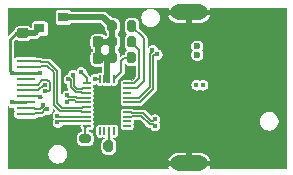
<source format=gbr>
%TF.GenerationSoftware,KiCad,Pcbnew,(5.1.10)-1*%
%TF.CreationDate,2022-01-11T16:22:32+08:00*%
%TF.ProjectId,VL160,564c3136-302e-46b6-9963-61645f706362,rev?*%
%TF.SameCoordinates,Original*%
%TF.FileFunction,Copper,L1,Top*%
%TF.FilePolarity,Positive*%
%FSLAX46Y46*%
G04 Gerber Fmt 4.6, Leading zero omitted, Abs format (unit mm)*
G04 Created by KiCad (PCBNEW (5.1.10)-1) date 2022-01-11 16:22:32*
%MOMM*%
%LPD*%
G01*
G04 APERTURE LIST*
%TA.AperFunction,SMDPad,CuDef*%
%ADD10R,2.600960X0.449580*%
%TD*%
%TA.AperFunction,SMDPad,CuDef*%
%ADD11R,1.600200X0.248920*%
%TD*%
%TA.AperFunction,SMDPad,CuDef*%
%ADD12O,0.701040X0.200660*%
%TD*%
%TA.AperFunction,SMDPad,CuDef*%
%ADD13R,1.998980X2.999740*%
%TD*%
%TA.AperFunction,SMDPad,CuDef*%
%ADD14O,0.200660X0.701040*%
%TD*%
%TA.AperFunction,ComponentPad*%
%ADD15O,3.200400X1.300480*%
%TD*%
%TA.AperFunction,SMDPad,CuDef*%
%ADD16R,0.900000X0.800000*%
%TD*%
%TA.AperFunction,ViaPad*%
%ADD17C,0.450000*%
%TD*%
%TA.AperFunction,ViaPad*%
%ADD18C,0.600000*%
%TD*%
%TA.AperFunction,Conductor*%
%ADD19C,0.508000*%
%TD*%
%TA.AperFunction,Conductor*%
%ADD20C,0.254000*%
%TD*%
%TA.AperFunction,Conductor*%
%ADD21C,0.175006*%
%TD*%
%TA.AperFunction,Conductor*%
%ADD22C,0.152400*%
%TD*%
%TA.AperFunction,Conductor*%
%ADD23C,0.114300*%
%TD*%
%TA.AperFunction,Conductor*%
%ADD24C,0.100000*%
%TD*%
G04 APERTURE END LIST*
D10*
%TO.P,J1,S1*%
%TO.N,GND*%
X135242300Y-100313960D03*
D11*
%TO.P,J1,B1*%
X134744460Y-99739920D03*
%TO.P,J1,B2*%
%TO.N,/TX2+*%
X134744460Y-99239540D03*
%TO.P,J1,B3*%
%TO.N,/TX2-*%
X134744460Y-98739160D03*
%TO.P,J1,B4*%
%TO.N,VBUS*%
X134744460Y-98238780D03*
%TO.P,J1,B5*%
%TO.N,/CC2*%
X134744460Y-97738400D03*
%TO.P,J1,B6*%
%TO.N,/D+*%
X134744460Y-97238020D03*
%TO.P,J1,B7*%
%TO.N,/D-*%
X134744460Y-96740180D03*
%TO.P,J1,B8*%
%TO.N,N/C*%
X134744460Y-96239800D03*
%TO.P,J1,B9*%
%TO.N,VBUS*%
X134744460Y-95739420D03*
%TO.P,J1,B10*%
%TO.N,/RX1-*%
X134744460Y-95239040D03*
%TO.P,J1,B11*%
%TO.N,/RX1+*%
X134744460Y-94738660D03*
%TO.P,J1,B12*%
%TO.N,GND*%
X134744460Y-94238280D03*
%TD*%
%TO.P,C1,2*%
%TO.N,GND*%
%TA.AperFunction,SMDPad,CuDef*%
G36*
G01*
X134743000Y-91272000D02*
X134243000Y-91272000D01*
G75*
G02*
X134018000Y-91047000I0J225000D01*
G01*
X134018000Y-90597000D01*
G75*
G02*
X134243000Y-90372000I225000J0D01*
G01*
X134743000Y-90372000D01*
G75*
G02*
X134968000Y-90597000I0J-225000D01*
G01*
X134968000Y-91047000D01*
G75*
G02*
X134743000Y-91272000I-225000J0D01*
G01*
G37*
%TD.AperFunction*%
%TO.P,C1,1*%
%TO.N,VBUS*%
%TA.AperFunction,SMDPad,CuDef*%
G36*
G01*
X134743000Y-92822000D02*
X134243000Y-92822000D01*
G75*
G02*
X134018000Y-92597000I0J225000D01*
G01*
X134018000Y-92147000D01*
G75*
G02*
X134243000Y-91922000I225000J0D01*
G01*
X134743000Y-91922000D01*
G75*
G02*
X134968000Y-92147000I0J-225000D01*
G01*
X134968000Y-92597000D01*
G75*
G02*
X134743000Y-92822000I-225000J0D01*
G01*
G37*
%TD.AperFunction*%
%TD*%
%TO.P,C2,2*%
%TO.N,GND*%
%TA.AperFunction,SMDPad,CuDef*%
G36*
G01*
X139756000Y-92871000D02*
X139756000Y-93371000D01*
G75*
G02*
X139531000Y-93596000I-225000J0D01*
G01*
X139081000Y-93596000D01*
G75*
G02*
X138856000Y-93371000I0J225000D01*
G01*
X138856000Y-92871000D01*
G75*
G02*
X139081000Y-92646000I225000J0D01*
G01*
X139531000Y-92646000D01*
G75*
G02*
X139756000Y-92871000I0J-225000D01*
G01*
G37*
%TD.AperFunction*%
%TO.P,C2,1*%
%TO.N,VCC*%
%TA.AperFunction,SMDPad,CuDef*%
G36*
G01*
X141306000Y-92871000D02*
X141306000Y-93371000D01*
G75*
G02*
X141081000Y-93596000I-225000J0D01*
G01*
X140631000Y-93596000D01*
G75*
G02*
X140406000Y-93371000I0J225000D01*
G01*
X140406000Y-92871000D01*
G75*
G02*
X140631000Y-92646000I225000J0D01*
G01*
X141081000Y-92646000D01*
G75*
G02*
X141306000Y-92871000I0J-225000D01*
G01*
G37*
%TD.AperFunction*%
%TD*%
%TO.P,C3,2*%
%TO.N,GND*%
%TA.AperFunction,SMDPad,CuDef*%
G36*
G01*
X139756000Y-94268000D02*
X139756000Y-94768000D01*
G75*
G02*
X139531000Y-94993000I-225000J0D01*
G01*
X139081000Y-94993000D01*
G75*
G02*
X138856000Y-94768000I0J225000D01*
G01*
X138856000Y-94268000D01*
G75*
G02*
X139081000Y-94043000I225000J0D01*
G01*
X139531000Y-94043000D01*
G75*
G02*
X139756000Y-94268000I0J-225000D01*
G01*
G37*
%TD.AperFunction*%
%TO.P,C3,1*%
%TO.N,VCC*%
%TA.AperFunction,SMDPad,CuDef*%
G36*
G01*
X141306000Y-94268000D02*
X141306000Y-94768000D01*
G75*
G02*
X141081000Y-94993000I-225000J0D01*
G01*
X140631000Y-94993000D01*
G75*
G02*
X140406000Y-94768000I0J225000D01*
G01*
X140406000Y-94268000D01*
G75*
G02*
X140631000Y-94043000I225000J0D01*
G01*
X141081000Y-94043000D01*
G75*
G02*
X141306000Y-94268000I0J-225000D01*
G01*
G37*
%TD.AperFunction*%
%TD*%
%TO.P,R1,2*%
%TO.N,GND*%
%TA.AperFunction,SMDPad,CuDef*%
G36*
G01*
X139488500Y-102563000D02*
X140038500Y-102563000D01*
G75*
G02*
X140238500Y-102763000I0J-200000D01*
G01*
X140238500Y-103163000D01*
G75*
G02*
X140038500Y-103363000I-200000J0D01*
G01*
X139488500Y-103363000D01*
G75*
G02*
X139288500Y-103163000I0J200000D01*
G01*
X139288500Y-102763000D01*
G75*
G02*
X139488500Y-102563000I200000J0D01*
G01*
G37*
%TD.AperFunction*%
%TO.P,R1,1*%
%TO.N,Net-(R1-Pad1)*%
%TA.AperFunction,SMDPad,CuDef*%
G36*
G01*
X139488500Y-100913000D02*
X140038500Y-100913000D01*
G75*
G02*
X140238500Y-101113000I0J-200000D01*
G01*
X140238500Y-101513000D01*
G75*
G02*
X140038500Y-101713000I-200000J0D01*
G01*
X139488500Y-101713000D01*
G75*
G02*
X139288500Y-101513000I0J200000D01*
G01*
X139288500Y-101113000D01*
G75*
G02*
X139488500Y-100913000I200000J0D01*
G01*
G37*
%TD.AperFunction*%
%TD*%
%TO.P,R2,2*%
%TO.N,GND*%
%TA.AperFunction,SMDPad,CuDef*%
G36*
G01*
X142982500Y-102222500D02*
X142982500Y-101672500D01*
G75*
G02*
X143182500Y-101472500I200000J0D01*
G01*
X143582500Y-101472500D01*
G75*
G02*
X143782500Y-101672500I0J-200000D01*
G01*
X143782500Y-102222500D01*
G75*
G02*
X143582500Y-102422500I-200000J0D01*
G01*
X143182500Y-102422500D01*
G75*
G02*
X142982500Y-102222500I0J200000D01*
G01*
G37*
%TD.AperFunction*%
%TO.P,R2,1*%
%TO.N,Net-(R2-Pad1)*%
%TA.AperFunction,SMDPad,CuDef*%
G36*
G01*
X141332500Y-102222500D02*
X141332500Y-101672500D01*
G75*
G02*
X141532500Y-101472500I200000J0D01*
G01*
X141932500Y-101472500D01*
G75*
G02*
X142132500Y-101672500I0J-200000D01*
G01*
X142132500Y-102222500D01*
G75*
G02*
X141932500Y-102422500I-200000J0D01*
G01*
X141532500Y-102422500D01*
G75*
G02*
X141332500Y-102222500I0J200000D01*
G01*
G37*
%TD.AperFunction*%
%TD*%
%TO.P,R3,2*%
%TO.N,Net-(R3-Pad2)*%
%TA.AperFunction,SMDPad,CuDef*%
G36*
G01*
X143300000Y-94729500D02*
X143300000Y-94179500D01*
G75*
G02*
X143500000Y-93979500I200000J0D01*
G01*
X143900000Y-93979500D01*
G75*
G02*
X144100000Y-94179500I0J-200000D01*
G01*
X144100000Y-94729500D01*
G75*
G02*
X143900000Y-94929500I-200000J0D01*
G01*
X143500000Y-94929500D01*
G75*
G02*
X143300000Y-94729500I0J200000D01*
G01*
G37*
%TD.AperFunction*%
%TO.P,R3,1*%
%TO.N,VCC*%
%TA.AperFunction,SMDPad,CuDef*%
G36*
G01*
X141650000Y-94729500D02*
X141650000Y-94179500D01*
G75*
G02*
X141850000Y-93979500I200000J0D01*
G01*
X142250000Y-93979500D01*
G75*
G02*
X142450000Y-94179500I0J-200000D01*
G01*
X142450000Y-94729500D01*
G75*
G02*
X142250000Y-94929500I-200000J0D01*
G01*
X141850000Y-94929500D01*
G75*
G02*
X141650000Y-94729500I0J200000D01*
G01*
G37*
%TD.AperFunction*%
%TD*%
%TO.P,R4,2*%
%TO.N,Net-(R4-Pad2)*%
%TA.AperFunction,SMDPad,CuDef*%
G36*
G01*
X143300000Y-93396000D02*
X143300000Y-92846000D01*
G75*
G02*
X143500000Y-92646000I200000J0D01*
G01*
X143900000Y-92646000D01*
G75*
G02*
X144100000Y-92846000I0J-200000D01*
G01*
X144100000Y-93396000D01*
G75*
G02*
X143900000Y-93596000I-200000J0D01*
G01*
X143500000Y-93596000D01*
G75*
G02*
X143300000Y-93396000I0J200000D01*
G01*
G37*
%TD.AperFunction*%
%TO.P,R4,1*%
%TO.N,VCC*%
%TA.AperFunction,SMDPad,CuDef*%
G36*
G01*
X141650000Y-93396000D02*
X141650000Y-92846000D01*
G75*
G02*
X141850000Y-92646000I200000J0D01*
G01*
X142250000Y-92646000D01*
G75*
G02*
X142450000Y-92846000I0J-200000D01*
G01*
X142450000Y-93396000D01*
G75*
G02*
X142250000Y-93596000I-200000J0D01*
G01*
X141850000Y-93596000D01*
G75*
G02*
X141650000Y-93396000I0J200000D01*
G01*
G37*
%TD.AperFunction*%
%TD*%
%TO.P,R5,2*%
%TO.N,Net-(R5-Pad2)*%
%TA.AperFunction,SMDPad,CuDef*%
G36*
G01*
X143300000Y-92062500D02*
X143300000Y-91512500D01*
G75*
G02*
X143500000Y-91312500I200000J0D01*
G01*
X143900000Y-91312500D01*
G75*
G02*
X144100000Y-91512500I0J-200000D01*
G01*
X144100000Y-92062500D01*
G75*
G02*
X143900000Y-92262500I-200000J0D01*
G01*
X143500000Y-92262500D01*
G75*
G02*
X143300000Y-92062500I0J200000D01*
G01*
G37*
%TD.AperFunction*%
%TO.P,R5,1*%
%TO.N,VCC*%
%TA.AperFunction,SMDPad,CuDef*%
G36*
G01*
X141650000Y-92062500D02*
X141650000Y-91512500D01*
G75*
G02*
X141850000Y-91312500I200000J0D01*
G01*
X142250000Y-91312500D01*
G75*
G02*
X142450000Y-91512500I0J-200000D01*
G01*
X142450000Y-92062500D01*
G75*
G02*
X142250000Y-92262500I-200000J0D01*
G01*
X141850000Y-92262500D01*
G75*
G02*
X141650000Y-92062500I0J200000D01*
G01*
G37*
%TD.AperFunction*%
%TD*%
D12*
%TO.P,U1,1*%
%TO.N,/CC1*%
X139905740Y-96654140D03*
%TO.P,U1,2*%
%TO.N,/TX1+*%
X139905740Y-97055460D03*
%TO.P,U1,3*%
%TO.N,/TX1-*%
X139905740Y-97454240D03*
%TO.P,U1,4*%
%TO.N,/TX2-*%
X139905740Y-97855560D03*
%TO.P,U1,5*%
%TO.N,/TX2+*%
X139905740Y-98254340D03*
%TO.P,U1,6*%
%TO.N,/RX1+*%
X139905740Y-98655660D03*
%TO.P,U1,7*%
%TO.N,/RX1-*%
X139905740Y-99054440D03*
%TO.P,U1,8*%
%TO.N,/RX2-*%
X139905740Y-99455760D03*
%TO.P,U1,9*%
%TO.N,/RX2+*%
X139905740Y-99854540D03*
%TO.P,U1,10*%
%TO.N,Net-(R1-Pad1)*%
X139905740Y-100255860D03*
D13*
%TO.P,U1,29*%
%TO.N,GND*%
X141605000Y-98455000D03*
D12*
%TO.P,U1,24*%
%TO.N,Net-(R4-Pad2)*%
X143304260Y-96654140D03*
%TO.P,U1,23*%
%TO.N,Net-(R5-Pad2)*%
X143304260Y-97055460D03*
%TO.P,U1,22*%
%TO.N,N/C*%
X143304260Y-97454240D03*
%TO.P,U1,21*%
%TO.N,/TX+*%
X143304260Y-97855560D03*
%TO.P,U1,20*%
%TO.N,/TX-*%
X143304260Y-98254340D03*
%TO.P,U1,19*%
%TO.N,GND*%
X143304260Y-98655660D03*
%TO.P,U1,18*%
%TO.N,/RX+*%
X143304260Y-99054440D03*
%TO.P,U1,17*%
%TO.N,/RX-*%
X143304260Y-99455760D03*
%TO.P,U1,16*%
%TO.N,N/C*%
X143304260Y-99854540D03*
%TO.P,U1,15*%
X143304260Y-100255860D03*
D14*
%TO.P,U1,28*%
%TO.N,/CC2*%
X141005560Y-96255360D03*
%TO.P,U1,27*%
%TO.N,VCC*%
X141404340Y-96255360D03*
%TO.P,U1,26*%
X141808200Y-96255360D03*
%TO.P,U1,25*%
%TO.N,Net-(R3-Pad2)*%
X142204440Y-96255360D03*
%TO.P,U1,11*%
%TO.N,N/C*%
X141005560Y-100654640D03*
%TO.P,U1,12*%
X141404340Y-100654640D03*
%TO.P,U1,13*%
%TO.N,Net-(R2-Pad1)*%
X141808200Y-100654640D03*
%TO.P,U1,14*%
%TO.N,N/C*%
X142204440Y-100654640D03*
%TD*%
D15*
%TO.P,J2,10*%
%TO.N,GND*%
X148546820Y-90596720D03*
X148546820Y-103398320D03*
%TD*%
D16*
%TO.P,U2,3*%
%TO.N,VBUS*%
X135906000Y-91978000D03*
%TO.P,U2,2*%
%TO.N,VCC*%
X137906000Y-91028000D03*
%TO.P,U2,1*%
%TO.N,GND*%
X137906000Y-92928000D03*
%TD*%
D17*
%TO.N,GND*%
X137160000Y-93124500D03*
X137160000Y-92075000D03*
X137160000Y-92583000D03*
X135509000Y-102743000D03*
X136017000Y-102743000D03*
X134967500Y-102743000D03*
X155702000Y-93345000D03*
X155702000Y-94361000D03*
X155702000Y-93853000D03*
X155702000Y-94869000D03*
X155702000Y-95885000D03*
X155702000Y-95377000D03*
X141097000Y-97536000D03*
X141605000Y-97536000D03*
X142113000Y-97536000D03*
X142113000Y-98171000D03*
X141605000Y-98171000D03*
X141097000Y-98171000D03*
X141097000Y-98806000D03*
X141605000Y-98806000D03*
X142113000Y-98806000D03*
X142113000Y-99441000D03*
X141605000Y-99441000D03*
X141097000Y-99441000D03*
D18*
%TO.N,VBUS*%
X149225000Y-94200500D03*
X149225000Y-93502000D03*
D17*
X133567510Y-98261510D03*
X133596557Y-95731943D03*
X135997626Y-95755292D03*
%TO.N,/TX1+*%
X138739582Y-95910937D03*
%TO.N,/TX1-*%
X138349540Y-96300979D03*
%TO.N,/CC1*%
X139416051Y-95677251D03*
%TO.N,/D+*%
X136360394Y-96752200D03*
X149729400Y-96774000D03*
%TO.N,/D-*%
X136360394Y-97303800D03*
X149177800Y-96774000D03*
%TO.N,/RX2-*%
X137439412Y-99379350D03*
%TO.N,/RX2+*%
X137439412Y-99930950D03*
%TO.N,/TX2+*%
X138213606Y-98204244D03*
X136581474Y-98844821D03*
%TO.N,/TX2-*%
X138213606Y-97652644D03*
X136191432Y-98454779D03*
%TO.N,/CC2*%
X135988858Y-97837151D03*
X140589000Y-96266000D03*
%TO.N,/TX+*%
X145473979Y-93784979D03*
%TO.N,/TX-*%
X145864021Y-94175021D03*
%TO.N,/RX+*%
X145669000Y-99673200D03*
%TO.N,/RX-*%
X145669000Y-100224800D03*
%TD*%
D19*
%TO.N,VBUS*%
X135512000Y-92372000D02*
X135906000Y-91978000D01*
X134493000Y-92372000D02*
X135512000Y-92372000D01*
D20*
X134493000Y-92372000D02*
X133942000Y-92372000D01*
X133942000Y-92372000D02*
X133377010Y-92936990D01*
X133377010Y-92936990D02*
X133377010Y-95276006D01*
X133590240Y-98238780D02*
X133567510Y-98261510D01*
X134744460Y-98238780D02*
X133590240Y-98238780D01*
X133604034Y-95739420D02*
X133596557Y-95731943D01*
X134744460Y-95739420D02*
X133604034Y-95739420D01*
X133377010Y-95512396D02*
X133596557Y-95731943D01*
X133377010Y-95276006D02*
X133377010Y-95512396D01*
X135981754Y-95739420D02*
X135997626Y-95755292D01*
X134744460Y-95739420D02*
X135981754Y-95739420D01*
D19*
%TO.N,VCC*%
X141290500Y-91028000D02*
X142050000Y-91787500D01*
X137906000Y-91028000D02*
X141290500Y-91028000D01*
X142050000Y-91787500D02*
X142050000Y-93121000D01*
X142050000Y-93121000D02*
X142050000Y-94454500D01*
X142050000Y-93121000D02*
X140856000Y-93121000D01*
X140856000Y-93121000D02*
X140856000Y-94518000D01*
X141605000Y-94615000D02*
X141605000Y-96393000D01*
X141986500Y-94518000D02*
X142050000Y-94454500D01*
X140856000Y-94518000D02*
X141986500Y-94518000D01*
D21*
%TO.N,/TX1+*%
X139555220Y-97055460D02*
X139494133Y-97116547D01*
X139905740Y-97055460D02*
X139555220Y-97055460D01*
X139494133Y-97116547D02*
X139095137Y-97116547D01*
X139095137Y-97116547D02*
X138822303Y-96843713D01*
X138822303Y-96188110D02*
X138739582Y-96105389D01*
X138822303Y-96843713D02*
X138822303Y-96188110D01*
X138739582Y-96105389D02*
X138739582Y-95910937D01*
%TO.N,/TX1-*%
X139555220Y-97454240D02*
X139494133Y-97393153D01*
X139905740Y-97454240D02*
X139555220Y-97454240D01*
X139494133Y-97393153D02*
X138980563Y-97393153D01*
X138980563Y-97393153D02*
X138545697Y-96958287D01*
X138543992Y-96300979D02*
X138349540Y-96300979D01*
X138545697Y-96302684D02*
X138543992Y-96300979D01*
X138545697Y-96958287D02*
X138545697Y-96302684D01*
D22*
%TO.N,/CC1*%
X139905740Y-96166940D02*
X139416051Y-95677251D01*
X139905740Y-96654140D02*
X139905740Y-96166940D01*
D21*
%TO.N,/D+*%
X136299119Y-96752200D02*
X136360394Y-96752200D01*
X135813299Y-97238020D02*
X136299119Y-96752200D01*
X134744460Y-97238020D02*
X135813299Y-97238020D01*
%TO.N,/D-*%
X135759539Y-96740180D02*
X136161623Y-96338096D01*
X134744460Y-96740180D02*
X135759539Y-96740180D01*
X136559165Y-96338096D02*
X136774498Y-96553429D01*
X136161623Y-96338096D02*
X136559165Y-96338096D01*
X136678592Y-97303800D02*
X136360394Y-97303800D01*
X136774498Y-97207894D02*
X136678592Y-97303800D01*
X136774498Y-96553429D02*
X136774498Y-97207894D01*
%TO.N,/RX2-*%
X137576909Y-99516847D02*
X137439412Y-99379350D01*
X139555220Y-99455760D02*
X139494133Y-99516847D01*
X139905740Y-99455760D02*
X139555220Y-99455760D01*
X139494133Y-99516847D02*
X137576909Y-99516847D01*
%TO.N,/RX2+*%
X137576909Y-99793453D02*
X137439412Y-99930950D01*
X139494133Y-99793453D02*
X137576909Y-99793453D01*
X139555220Y-99854540D02*
X139494133Y-99793453D01*
X139905740Y-99854540D02*
X139555220Y-99854540D01*
%TO.N,/TX2+*%
X139555220Y-98254340D02*
X139494133Y-98193253D01*
X139905740Y-98254340D02*
X139555220Y-98254340D01*
X139494133Y-98193253D02*
X139016155Y-98193253D01*
X138351103Y-98066747D02*
X138213606Y-98204244D01*
X138889649Y-98066747D02*
X138351103Y-98066747D01*
X139016155Y-98193253D02*
X138889649Y-98066747D01*
X136387022Y-98844821D02*
X136581474Y-98844821D01*
X136104190Y-99127653D02*
X136387022Y-98844821D01*
X135531987Y-99127653D02*
X136104190Y-99127653D01*
X135420100Y-99239540D02*
X135531987Y-99127653D01*
X134744460Y-99239540D02*
X135420100Y-99239540D01*
%TO.N,/TX2-*%
X139004223Y-97790141D02*
X138351103Y-97790141D01*
X139130729Y-97916647D02*
X139004223Y-97790141D01*
X138351103Y-97790141D02*
X138213606Y-97652644D01*
X139555220Y-97855560D02*
X139494133Y-97916647D01*
X139494133Y-97916647D02*
X139130729Y-97916647D01*
X139905740Y-97855560D02*
X139555220Y-97855560D01*
X134744460Y-98739160D02*
X135420100Y-98739160D01*
X136191432Y-98649231D02*
X136191432Y-98454779D01*
X135420100Y-98739160D02*
X135531987Y-98851047D01*
X135989616Y-98851047D02*
X136191432Y-98649231D01*
X135531987Y-98851047D02*
X135989616Y-98851047D01*
D22*
%TO.N,/CC2*%
X135990800Y-97738400D02*
X136093200Y-97840800D01*
X134744460Y-97738400D02*
X135990800Y-97738400D01*
X140994920Y-96266000D02*
X141005560Y-96255360D01*
X140589000Y-96266000D02*
X140994920Y-96266000D01*
D21*
%TO.N,/RX1-*%
X136064118Y-95132553D02*
X136562963Y-95132553D01*
X135952231Y-95244440D02*
X136064118Y-95132553D01*
X134752080Y-95244440D02*
X135952231Y-95244440D01*
X136562963Y-95132553D02*
X137148697Y-95718287D01*
X137148697Y-95718287D02*
X137148697Y-98448787D01*
X139555220Y-99054440D02*
X139905740Y-99054440D01*
X137693263Y-98993353D02*
X139494133Y-98993353D01*
X137148697Y-98448787D02*
X137693263Y-98993353D01*
X139494133Y-98993353D02*
X139555220Y-99054440D01*
%TO.N,/RX1+*%
X136064118Y-94855947D02*
X136677537Y-94855947D01*
X135952231Y-94744060D02*
X136064118Y-94855947D01*
X134752080Y-94744060D02*
X135952231Y-94744060D01*
X136677537Y-94855947D02*
X137425303Y-95603713D01*
X137425303Y-95603713D02*
X137425303Y-98334213D01*
X139555220Y-98655660D02*
X139905740Y-98655660D01*
X139494133Y-98716747D02*
X139555220Y-98655660D01*
X137807837Y-98716747D02*
X139494133Y-98716747D01*
X137425303Y-98334213D02*
X137807837Y-98716747D01*
%TO.N,/TX+*%
X143715867Y-97916647D02*
X144330763Y-97916647D01*
X143654780Y-97855560D02*
X143715867Y-97916647D01*
X143304260Y-97855560D02*
X143654780Y-97855560D01*
X144330763Y-97916647D02*
X145276697Y-96970713D01*
X145473979Y-93979431D02*
X145473979Y-93784979D01*
X145276697Y-96970713D02*
X145276697Y-94176713D01*
X145276697Y-94176713D02*
X145473979Y-93979431D01*
%TO.N,/TX-*%
X143715867Y-98193253D02*
X144445337Y-98193253D01*
X143654780Y-98254340D02*
X143715867Y-98193253D01*
X143304260Y-98254340D02*
X143654780Y-98254340D01*
X144445337Y-98193253D02*
X145553303Y-97085287D01*
X145553303Y-97085287D02*
X145553303Y-94291287D01*
X145553303Y-94291287D02*
X145669569Y-94175021D01*
X145669569Y-94175021D02*
X145864021Y-94175021D01*
%TO.N,/RX+*%
X143654780Y-99054440D02*
X143717137Y-99116797D01*
X143304260Y-99054440D02*
X143654780Y-99054440D01*
X143717137Y-99116797D02*
X144651387Y-99116797D01*
X145531503Y-99810697D02*
X145669000Y-99673200D01*
X145345287Y-99810697D02*
X145531503Y-99810697D01*
X144651387Y-99116797D02*
X145345287Y-99810697D01*
%TO.N,/RX-*%
X143654780Y-99455760D02*
X143717137Y-99393403D01*
X143304260Y-99455760D02*
X143654780Y-99455760D01*
X143717137Y-99393403D02*
X144536813Y-99393403D01*
X145531503Y-100087303D02*
X145669000Y-100224800D01*
X144536813Y-99393403D02*
X145230713Y-100087303D01*
X145230713Y-100087303D02*
X145531503Y-100087303D01*
%TO.N,Net-(R1-Pad1)*%
X139763500Y-100398100D02*
X139905740Y-100255860D01*
X139763500Y-101313000D02*
X139763500Y-100398100D01*
%TO.N,Net-(R2-Pad1)*%
X141808200Y-101871800D02*
X141732500Y-101947500D01*
X141808200Y-100654640D02*
X141808200Y-101871800D01*
D22*
%TO.N,Net-(R3-Pad2)*%
X142204440Y-96255360D02*
X142811500Y-95648300D01*
X142811500Y-95648300D02*
X142811500Y-94708500D01*
X143065500Y-94454500D02*
X143700000Y-94454500D01*
X142811500Y-94708500D02*
X143065500Y-94454500D01*
%TO.N,Net-(R4-Pad2)*%
X144376210Y-93797210D02*
X144376210Y-96191790D01*
X143700000Y-93121000D02*
X144376210Y-93797210D01*
X143913860Y-96654140D02*
X143304260Y-96654140D01*
X144376210Y-96191790D02*
X143913860Y-96654140D01*
%TO.N,Net-(R5-Pad2)*%
X144728620Y-92816120D02*
X144728620Y-96474380D01*
X143700000Y-91787500D02*
X144728620Y-92816120D01*
X143326500Y-97077700D02*
X143304260Y-97055460D01*
X144147540Y-97055460D02*
X143304260Y-97055460D01*
X144728620Y-96474380D02*
X144147540Y-97055460D01*
%TD*%
D23*
%TO.N,GND*%
X146752780Y-90263727D02*
X146777060Y-90399870D01*
X148349970Y-90399870D01*
X148349970Y-90221450D01*
X148743670Y-90221450D01*
X148743670Y-90399870D01*
X150316580Y-90399870D01*
X150340860Y-90263727D01*
X150325074Y-90221450D01*
X156778551Y-90221450D01*
X156778550Y-103778550D01*
X150323222Y-103778550D01*
X150340860Y-103731313D01*
X150316580Y-103595170D01*
X148743670Y-103595170D01*
X148743670Y-103778550D01*
X148349970Y-103778550D01*
X148349970Y-103595170D01*
X146777060Y-103595170D01*
X146752780Y-103731313D01*
X146770418Y-103778550D01*
X133221450Y-103778550D01*
X133221450Y-102533942D01*
X136580850Y-102533942D01*
X136580850Y-102698058D01*
X136612868Y-102859021D01*
X136675672Y-103010644D01*
X136766850Y-103147102D01*
X136882898Y-103263150D01*
X137019356Y-103354328D01*
X137170979Y-103417132D01*
X137331942Y-103449150D01*
X137496058Y-103449150D01*
X137657021Y-103417132D01*
X137808644Y-103354328D01*
X137945102Y-103263150D01*
X138061150Y-103147102D01*
X138115790Y-103065327D01*
X146752780Y-103065327D01*
X146777060Y-103201470D01*
X148349970Y-103201470D01*
X148349970Y-102490930D01*
X148743670Y-102490930D01*
X148743670Y-103201470D01*
X150316580Y-103201470D01*
X150340860Y-103065327D01*
X150277596Y-102895893D01*
X150164574Y-102753217D01*
X150025889Y-102635332D01*
X149866871Y-102546769D01*
X149693630Y-102490930D01*
X148743670Y-102490930D01*
X148349970Y-102490930D01*
X147400010Y-102490930D01*
X147226769Y-102546769D01*
X147067751Y-102635332D01*
X146929066Y-102753217D01*
X146816044Y-102895893D01*
X146752780Y-103065327D01*
X138115790Y-103065327D01*
X138152328Y-103010644D01*
X138215132Y-102859021D01*
X138247150Y-102698058D01*
X138247150Y-102533942D01*
X138215132Y-102372979D01*
X138152328Y-102221356D01*
X138061150Y-102084898D01*
X137945102Y-101968850D01*
X137808644Y-101877672D01*
X137657021Y-101814868D01*
X137496058Y-101782850D01*
X137331942Y-101782850D01*
X137170979Y-101814868D01*
X137019356Y-101877672D01*
X136882898Y-101968850D01*
X136766850Y-102084898D01*
X136675672Y-102221356D01*
X136612868Y-102372979D01*
X136580850Y-102533942D01*
X133221450Y-102533942D01*
X133221450Y-98597313D01*
X133260157Y-98636020D01*
X133339126Y-98688786D01*
X133426872Y-98725131D01*
X133520022Y-98743660D01*
X133614998Y-98743660D01*
X133685966Y-98729543D01*
X133685966Y-98863620D01*
X133690931Y-98914030D01*
X133705635Y-98962503D01*
X133719985Y-98989350D01*
X133705635Y-99016197D01*
X133690931Y-99064670D01*
X133685966Y-99115080D01*
X133685966Y-99364000D01*
X133690931Y-99414410D01*
X133705635Y-99462883D01*
X133729513Y-99507556D01*
X133761648Y-99546712D01*
X133800804Y-99578847D01*
X133845477Y-99602725D01*
X133893950Y-99617429D01*
X133944360Y-99622394D01*
X135544560Y-99622394D01*
X135594970Y-99617429D01*
X135643443Y-99602725D01*
X135688116Y-99578847D01*
X135727272Y-99546712D01*
X135759407Y-99507556D01*
X135778248Y-99472306D01*
X136087274Y-99472306D01*
X136104190Y-99473972D01*
X136121106Y-99472306D01*
X136121117Y-99472306D01*
X136171754Y-99467319D01*
X136236721Y-99447611D01*
X136296595Y-99415608D01*
X136349075Y-99372538D01*
X136359867Y-99359388D01*
X136419607Y-99299649D01*
X136440836Y-99308442D01*
X136533986Y-99326971D01*
X136628962Y-99326971D01*
X136722112Y-99308442D01*
X136809858Y-99272097D01*
X136888827Y-99219331D01*
X136955984Y-99152174D01*
X137008750Y-99073205D01*
X137045095Y-98985459D01*
X137063624Y-98892309D01*
X137063624Y-98851126D01*
X137183179Y-98970682D01*
X137132059Y-99004840D01*
X137064902Y-99071997D01*
X137012136Y-99150966D01*
X136975791Y-99238712D01*
X136957262Y-99331862D01*
X136957262Y-99426838D01*
X136975791Y-99519988D01*
X137012136Y-99607734D01*
X137043819Y-99655150D01*
X137012136Y-99702566D01*
X136975791Y-99790312D01*
X136957262Y-99883462D01*
X136957262Y-99978438D01*
X136975791Y-100071588D01*
X137012136Y-100159334D01*
X137064902Y-100238303D01*
X137132059Y-100305460D01*
X137211028Y-100358226D01*
X137298774Y-100394571D01*
X137391924Y-100413100D01*
X137486900Y-100413100D01*
X137580050Y-100394571D01*
X137667796Y-100358226D01*
X137746765Y-100305460D01*
X137813922Y-100238303D01*
X137866688Y-100159334D01*
X137875481Y-100138106D01*
X139317705Y-100138106D01*
X139303243Y-100185782D01*
X139296341Y-100255860D01*
X139303243Y-100325938D01*
X139323684Y-100393323D01*
X139356879Y-100455426D01*
X139401551Y-100509859D01*
X139418848Y-100524054D01*
X139418848Y-100661466D01*
X139399072Y-100663414D01*
X139313080Y-100689499D01*
X139233830Y-100731859D01*
X139164366Y-100788866D01*
X139107359Y-100858330D01*
X139064999Y-100937580D01*
X139038914Y-101023572D01*
X139030106Y-101113000D01*
X139030106Y-101513000D01*
X139038914Y-101602428D01*
X139064999Y-101688420D01*
X139107359Y-101767670D01*
X139164366Y-101837134D01*
X139233830Y-101894141D01*
X139313080Y-101936501D01*
X139399072Y-101962586D01*
X139488500Y-101971394D01*
X140038500Y-101971394D01*
X140127928Y-101962586D01*
X140213920Y-101936501D01*
X140293170Y-101894141D01*
X140362634Y-101837134D01*
X140419641Y-101767670D01*
X140462001Y-101688420D01*
X140488086Y-101602428D01*
X140496894Y-101513000D01*
X140496894Y-101113000D01*
X140488086Y-101023572D01*
X140462001Y-100937580D01*
X140419641Y-100858330D01*
X140362634Y-100788866D01*
X140293170Y-100731859D01*
X140213920Y-100689499D01*
X140127928Y-100663414D01*
X140108153Y-100661466D01*
X140108153Y-100613340D01*
X140173485Y-100613340D01*
X140226008Y-100608167D01*
X140293393Y-100587726D01*
X140355496Y-100554531D01*
X140409929Y-100509859D01*
X140454601Y-100455426D01*
X140487796Y-100393323D01*
X140489745Y-100386896D01*
X140648080Y-100386896D01*
X140648081Y-100922385D01*
X140653254Y-100974908D01*
X140673695Y-101042293D01*
X140706890Y-101104396D01*
X140751562Y-101158829D01*
X140805995Y-101203501D01*
X140868098Y-101236696D01*
X140935483Y-101257137D01*
X141005560Y-101264039D01*
X141075638Y-101257137D01*
X141143023Y-101236696D01*
X141204951Y-101203595D01*
X141266878Y-101236696D01*
X141334263Y-101257137D01*
X141340674Y-101257768D01*
X141277830Y-101291359D01*
X141208366Y-101348366D01*
X141151359Y-101417830D01*
X141108999Y-101497080D01*
X141082914Y-101583072D01*
X141074106Y-101672500D01*
X141074106Y-102222500D01*
X141082914Y-102311928D01*
X141108999Y-102397920D01*
X141151359Y-102477170D01*
X141208366Y-102546634D01*
X141277830Y-102603641D01*
X141357080Y-102646001D01*
X141443072Y-102672086D01*
X141532500Y-102680894D01*
X141932500Y-102680894D01*
X142021928Y-102672086D01*
X142107920Y-102646001D01*
X142187170Y-102603641D01*
X142256634Y-102546634D01*
X142313641Y-102477170D01*
X142356001Y-102397920D01*
X142382086Y-102311928D01*
X142390894Y-102222500D01*
X142390894Y-101672500D01*
X142382086Y-101583072D01*
X142356001Y-101497080D01*
X142313641Y-101417830D01*
X142256634Y-101348366D01*
X142187170Y-101291359D01*
X142152853Y-101273016D01*
X142152853Y-101258958D01*
X142204440Y-101264039D01*
X142274518Y-101257137D01*
X142341903Y-101236696D01*
X142404006Y-101203501D01*
X142458439Y-101158829D01*
X142503111Y-101104396D01*
X142536306Y-101042293D01*
X142556747Y-100974908D01*
X142561920Y-100922385D01*
X142561920Y-100386895D01*
X142556747Y-100334372D01*
X142536306Y-100266987D01*
X142503111Y-100204884D01*
X142458438Y-100150451D01*
X142404005Y-100105779D01*
X142341902Y-100072584D01*
X142274517Y-100052143D01*
X142204440Y-100045241D01*
X142134362Y-100052143D01*
X142066977Y-100072584D01*
X142006320Y-100105006D01*
X141945662Y-100072584D01*
X141878277Y-100052143D01*
X141808200Y-100045241D01*
X141738122Y-100052143D01*
X141670737Y-100072584D01*
X141608634Y-100105779D01*
X141606270Y-100107720D01*
X141603905Y-100105779D01*
X141541802Y-100072584D01*
X141474417Y-100052143D01*
X141404340Y-100045241D01*
X141334262Y-100052143D01*
X141266877Y-100072584D01*
X141204950Y-100105685D01*
X141143022Y-100072584D01*
X141075637Y-100052143D01*
X141005560Y-100045241D01*
X140935482Y-100052143D01*
X140868097Y-100072584D01*
X140805994Y-100105779D01*
X140751561Y-100150452D01*
X140706889Y-100204885D01*
X140673694Y-100266988D01*
X140653253Y-100334373D01*
X140648080Y-100386896D01*
X140489745Y-100386896D01*
X140508237Y-100325938D01*
X140515139Y-100255860D01*
X140508237Y-100185782D01*
X140487796Y-100118397D01*
X140454601Y-100056294D01*
X140453703Y-100055200D01*
X140454601Y-100054106D01*
X140487796Y-99992003D01*
X140508237Y-99924618D01*
X140515139Y-99854540D01*
X140508237Y-99784462D01*
X140487796Y-99717077D01*
X140454695Y-99655150D01*
X140487796Y-99593223D01*
X140508237Y-99525838D01*
X140515139Y-99455760D01*
X140508237Y-99385682D01*
X140487796Y-99318297D01*
X140454601Y-99256194D01*
X140453703Y-99255100D01*
X140454601Y-99254006D01*
X140487796Y-99191903D01*
X140508237Y-99124518D01*
X140515139Y-99054440D01*
X142694861Y-99054440D01*
X142701763Y-99124518D01*
X142722204Y-99191903D01*
X142755399Y-99254006D01*
X142756297Y-99255100D01*
X142755399Y-99256194D01*
X142722204Y-99318297D01*
X142701763Y-99385682D01*
X142694861Y-99455760D01*
X142701763Y-99525838D01*
X142722204Y-99593223D01*
X142755305Y-99655150D01*
X142722204Y-99717077D01*
X142701763Y-99784462D01*
X142694861Y-99854540D01*
X142701763Y-99924618D01*
X142722204Y-99992003D01*
X142755399Y-100054106D01*
X142756297Y-100055200D01*
X142755399Y-100056294D01*
X142722204Y-100118397D01*
X142701763Y-100185782D01*
X142694861Y-100255860D01*
X142701763Y-100325938D01*
X142722204Y-100393323D01*
X142755399Y-100455426D01*
X142800071Y-100509859D01*
X142854504Y-100554531D01*
X142916607Y-100587726D01*
X142983992Y-100608167D01*
X143036515Y-100613340D01*
X143572005Y-100613340D01*
X143624528Y-100608167D01*
X143691913Y-100587726D01*
X143754016Y-100554531D01*
X143808449Y-100509859D01*
X143853121Y-100455426D01*
X143886316Y-100393323D01*
X143906757Y-100325938D01*
X143913659Y-100255860D01*
X143906757Y-100185782D01*
X143886316Y-100118397D01*
X143853121Y-100056294D01*
X143852223Y-100055200D01*
X143853121Y-100054106D01*
X143886316Y-99992003D01*
X143906757Y-99924618D01*
X143913659Y-99854540D01*
X143906757Y-99784462D01*
X143892680Y-99738056D01*
X144394054Y-99738056D01*
X144975040Y-100319043D01*
X144985828Y-100332188D01*
X144998973Y-100342976D01*
X144998975Y-100342978D01*
X145038307Y-100375258D01*
X145074440Y-100394571D01*
X145098182Y-100407261D01*
X145163149Y-100426969D01*
X145213786Y-100431956D01*
X145213797Y-100431956D01*
X145230713Y-100433622D01*
X145233507Y-100433347D01*
X145241724Y-100453184D01*
X145294490Y-100532153D01*
X145361647Y-100599310D01*
X145440616Y-100652076D01*
X145528362Y-100688421D01*
X145621512Y-100706950D01*
X145716488Y-100706950D01*
X145809638Y-100688421D01*
X145897384Y-100652076D01*
X145976353Y-100599310D01*
X146043510Y-100532153D01*
X146096276Y-100453184D01*
X146132621Y-100365438D01*
X146151150Y-100272288D01*
X146151150Y-100177312D01*
X146132621Y-100084162D01*
X146096276Y-99996416D01*
X146064593Y-99949000D01*
X146096276Y-99901584D01*
X146132621Y-99813838D01*
X146147320Y-99739942D01*
X154487850Y-99739942D01*
X154487850Y-99904058D01*
X154519868Y-100065021D01*
X154582672Y-100216644D01*
X154673850Y-100353102D01*
X154789898Y-100469150D01*
X154926356Y-100560328D01*
X155077979Y-100623132D01*
X155238942Y-100655150D01*
X155403058Y-100655150D01*
X155564021Y-100623132D01*
X155715644Y-100560328D01*
X155852102Y-100469150D01*
X155968150Y-100353102D01*
X156059328Y-100216644D01*
X156122132Y-100065021D01*
X156154150Y-99904058D01*
X156154150Y-99739942D01*
X156122132Y-99578979D01*
X156059328Y-99427356D01*
X155968150Y-99290898D01*
X155852102Y-99174850D01*
X155715644Y-99083672D01*
X155564021Y-99020868D01*
X155403058Y-98988850D01*
X155238942Y-98988850D01*
X155077979Y-99020868D01*
X154926356Y-99083672D01*
X154789898Y-99174850D01*
X154673850Y-99290898D01*
X154582672Y-99427356D01*
X154519868Y-99578979D01*
X154487850Y-99739942D01*
X146147320Y-99739942D01*
X146151150Y-99720688D01*
X146151150Y-99625712D01*
X146132621Y-99532562D01*
X146096276Y-99444816D01*
X146043510Y-99365847D01*
X145976353Y-99298690D01*
X145897384Y-99245924D01*
X145809638Y-99209579D01*
X145716488Y-99191050D01*
X145621512Y-99191050D01*
X145528362Y-99209579D01*
X145440616Y-99245924D01*
X145361647Y-99298690D01*
X145341170Y-99319167D01*
X144907062Y-98885060D01*
X144896272Y-98871912D01*
X144843792Y-98828842D01*
X144783918Y-98796839D01*
X144718951Y-98777131D01*
X144668314Y-98772144D01*
X144668303Y-98772144D01*
X144651387Y-98770478D01*
X144634471Y-98772144D01*
X143854080Y-98772144D01*
X143847185Y-98766485D01*
X143787311Y-98734482D01*
X143722344Y-98714774D01*
X143671707Y-98709787D01*
X143671696Y-98709787D01*
X143654780Y-98708121D01*
X143646844Y-98708903D01*
X143624528Y-98702133D01*
X143572005Y-98696960D01*
X143036515Y-98696960D01*
X142983992Y-98702133D01*
X142916607Y-98722574D01*
X142854504Y-98755769D01*
X142800071Y-98800441D01*
X142755399Y-98854874D01*
X142722204Y-98916977D01*
X142701763Y-98984362D01*
X142694861Y-99054440D01*
X140515139Y-99054440D01*
X140508237Y-98984362D01*
X140487796Y-98916977D01*
X140454695Y-98855050D01*
X140487796Y-98793123D01*
X140508237Y-98725738D01*
X140515139Y-98655660D01*
X140508237Y-98585582D01*
X140487796Y-98518197D01*
X140454601Y-98456094D01*
X140453703Y-98455000D01*
X140454601Y-98453906D01*
X140487796Y-98391803D01*
X140508237Y-98324418D01*
X140515139Y-98254340D01*
X140508237Y-98184262D01*
X140487796Y-98116877D01*
X140454695Y-98054950D01*
X140487796Y-97993023D01*
X140508237Y-97925638D01*
X140515139Y-97855560D01*
X140508237Y-97785482D01*
X140487796Y-97718097D01*
X140454601Y-97655994D01*
X140453703Y-97654900D01*
X140454601Y-97653806D01*
X140487796Y-97591703D01*
X140508237Y-97524318D01*
X140515139Y-97454240D01*
X140508237Y-97384162D01*
X140487796Y-97316777D01*
X140454695Y-97254850D01*
X140487796Y-97192923D01*
X140508237Y-97125538D01*
X140515139Y-97055460D01*
X140508237Y-96985382D01*
X140487796Y-96917997D01*
X140454601Y-96855894D01*
X140453703Y-96854800D01*
X140454601Y-96853706D01*
X140487796Y-96791603D01*
X140503284Y-96740546D01*
X140541512Y-96748150D01*
X140636488Y-96748150D01*
X140727371Y-96730072D01*
X140751562Y-96759549D01*
X140805995Y-96804221D01*
X140868098Y-96837416D01*
X140935483Y-96857857D01*
X141005560Y-96864759D01*
X141075638Y-96857857D01*
X141143023Y-96837416D01*
X141204951Y-96804315D01*
X141266878Y-96837416D01*
X141334263Y-96857857D01*
X141403027Y-96864630D01*
X141408446Y-96867526D01*
X141504798Y-96896754D01*
X141605000Y-96906623D01*
X141705203Y-96896754D01*
X141801555Y-96867526D01*
X141806960Y-96864637D01*
X141808200Y-96864759D01*
X141878278Y-96857857D01*
X141945663Y-96837416D01*
X142006321Y-96804994D01*
X142066978Y-96837416D01*
X142134363Y-96857857D01*
X142204440Y-96864759D01*
X142274518Y-96857857D01*
X142341903Y-96837416D01*
X142404006Y-96804221D01*
X142458439Y-96759549D01*
X142503111Y-96705116D01*
X142536306Y-96643013D01*
X142556747Y-96575628D01*
X142561920Y-96523105D01*
X142561920Y-96369307D01*
X143035640Y-95895588D01*
X143048354Y-95885154D01*
X143090011Y-95834395D01*
X143120965Y-95776484D01*
X143140026Y-95713648D01*
X143144850Y-95664667D01*
X143144850Y-95664658D01*
X143146461Y-95648301D01*
X143144850Y-95631944D01*
X143144850Y-95015840D01*
X143175866Y-95053634D01*
X143245330Y-95110641D01*
X143324580Y-95153001D01*
X143410572Y-95179086D01*
X143500000Y-95187894D01*
X143900000Y-95187894D01*
X143989428Y-95179086D01*
X144042861Y-95162878D01*
X144042861Y-96053711D01*
X143775783Y-96320790D01*
X143687021Y-96320790D01*
X143624528Y-96301833D01*
X143572005Y-96296660D01*
X143036515Y-96296660D01*
X142983992Y-96301833D01*
X142916607Y-96322274D01*
X142854504Y-96355469D01*
X142800071Y-96400141D01*
X142755399Y-96454574D01*
X142722204Y-96516677D01*
X142701763Y-96584062D01*
X142694861Y-96654140D01*
X142701763Y-96724218D01*
X142722204Y-96791603D01*
X142755399Y-96853706D01*
X142756297Y-96854800D01*
X142755399Y-96855894D01*
X142722204Y-96917997D01*
X142701763Y-96985382D01*
X142694861Y-97055460D01*
X142701763Y-97125538D01*
X142722204Y-97192923D01*
X142755305Y-97254850D01*
X142722204Y-97316777D01*
X142701763Y-97384162D01*
X142694861Y-97454240D01*
X142701763Y-97524318D01*
X142722204Y-97591703D01*
X142755399Y-97653806D01*
X142756297Y-97654900D01*
X142755399Y-97655994D01*
X142722204Y-97718097D01*
X142701763Y-97785482D01*
X142694861Y-97855560D01*
X142701763Y-97925638D01*
X142722204Y-97993023D01*
X142755305Y-98054950D01*
X142722204Y-98116877D01*
X142701763Y-98184262D01*
X142694861Y-98254340D01*
X142701763Y-98324418D01*
X142722204Y-98391803D01*
X142755399Y-98453906D01*
X142800071Y-98508339D01*
X142854504Y-98553011D01*
X142916607Y-98586206D01*
X142983992Y-98606647D01*
X143036515Y-98611820D01*
X143572005Y-98611820D01*
X143624528Y-98606647D01*
X143646844Y-98599877D01*
X143654780Y-98600659D01*
X143671696Y-98598993D01*
X143671707Y-98598993D01*
X143722344Y-98594006D01*
X143787311Y-98574298D01*
X143847185Y-98542295D01*
X143852533Y-98537906D01*
X144428421Y-98537906D01*
X144445337Y-98539572D01*
X144462253Y-98537906D01*
X144462264Y-98537906D01*
X144512901Y-98532919D01*
X144577868Y-98513211D01*
X144637742Y-98481208D01*
X144690222Y-98438138D01*
X144701015Y-98424987D01*
X145785042Y-97340960D01*
X145798187Y-97330172D01*
X145809181Y-97316777D01*
X145841258Y-97277692D01*
X145873261Y-97217818D01*
X145892969Y-97152851D01*
X145895055Y-97131668D01*
X145897956Y-97102214D01*
X145897956Y-97102213D01*
X145899623Y-97085287D01*
X145897956Y-97068360D01*
X145897956Y-96726512D01*
X148695650Y-96726512D01*
X148695650Y-96821488D01*
X148714179Y-96914638D01*
X148750524Y-97002384D01*
X148803290Y-97081353D01*
X148870447Y-97148510D01*
X148949416Y-97201276D01*
X149037162Y-97237621D01*
X149130312Y-97256150D01*
X149225288Y-97256150D01*
X149318438Y-97237621D01*
X149406184Y-97201276D01*
X149453600Y-97169593D01*
X149501016Y-97201276D01*
X149588762Y-97237621D01*
X149681912Y-97256150D01*
X149776888Y-97256150D01*
X149870038Y-97237621D01*
X149957784Y-97201276D01*
X150036753Y-97148510D01*
X150103910Y-97081353D01*
X150156676Y-97002384D01*
X150193021Y-96914638D01*
X150211550Y-96821488D01*
X150211550Y-96726512D01*
X150193021Y-96633362D01*
X150156676Y-96545616D01*
X150103910Y-96466647D01*
X150036753Y-96399490D01*
X149957784Y-96346724D01*
X149870038Y-96310379D01*
X149776888Y-96291850D01*
X149681912Y-96291850D01*
X149588762Y-96310379D01*
X149501016Y-96346724D01*
X149453600Y-96378407D01*
X149406184Y-96346724D01*
X149318438Y-96310379D01*
X149225288Y-96291850D01*
X149130312Y-96291850D01*
X149037162Y-96310379D01*
X148949416Y-96346724D01*
X148870447Y-96399490D01*
X148803290Y-96466647D01*
X148750524Y-96545616D01*
X148714179Y-96633362D01*
X148695650Y-96726512D01*
X145897956Y-96726512D01*
X145897956Y-94657171D01*
X145911509Y-94657171D01*
X146004659Y-94638642D01*
X146092405Y-94602297D01*
X146171374Y-94549531D01*
X146238531Y-94482374D01*
X146291297Y-94403405D01*
X146327642Y-94315659D01*
X146346171Y-94222509D01*
X146346171Y-94127533D01*
X146327642Y-94034383D01*
X146291297Y-93946637D01*
X146238531Y-93867668D01*
X146171374Y-93800511D01*
X146092405Y-93747745D01*
X146004659Y-93711400D01*
X145948726Y-93700274D01*
X145937600Y-93644341D01*
X145901255Y-93556595D01*
X145848489Y-93477626D01*
X145817988Y-93447125D01*
X148667850Y-93447125D01*
X148667850Y-93556875D01*
X148689261Y-93664515D01*
X148731260Y-93765910D01*
X148788282Y-93851250D01*
X148731260Y-93936590D01*
X148689261Y-94037985D01*
X148667850Y-94145625D01*
X148667850Y-94255375D01*
X148689261Y-94363015D01*
X148731260Y-94464410D01*
X148792233Y-94555663D01*
X148869837Y-94633267D01*
X148961090Y-94694240D01*
X149062485Y-94736239D01*
X149170125Y-94757650D01*
X149279875Y-94757650D01*
X149387515Y-94736239D01*
X149488910Y-94694240D01*
X149580163Y-94633267D01*
X149657767Y-94555663D01*
X149718740Y-94464410D01*
X149760739Y-94363015D01*
X149782150Y-94255375D01*
X149782150Y-94145625D01*
X149760739Y-94037985D01*
X149718740Y-93936590D01*
X149661718Y-93851250D01*
X149718740Y-93765910D01*
X149760739Y-93664515D01*
X149782150Y-93556875D01*
X149782150Y-93447125D01*
X149760739Y-93339485D01*
X149718740Y-93238090D01*
X149657767Y-93146837D01*
X149580163Y-93069233D01*
X149488910Y-93008260D01*
X149387515Y-92966261D01*
X149279875Y-92944850D01*
X149170125Y-92944850D01*
X149062485Y-92966261D01*
X148961090Y-93008260D01*
X148869837Y-93069233D01*
X148792233Y-93146837D01*
X148731260Y-93238090D01*
X148689261Y-93339485D01*
X148667850Y-93447125D01*
X145817988Y-93447125D01*
X145781332Y-93410469D01*
X145702363Y-93357703D01*
X145614617Y-93321358D01*
X145521467Y-93302829D01*
X145426491Y-93302829D01*
X145333341Y-93321358D01*
X145245595Y-93357703D01*
X145166626Y-93410469D01*
X145099469Y-93477626D01*
X145061970Y-93533747D01*
X145061970Y-92832476D01*
X145063581Y-92816119D01*
X145061970Y-92799762D01*
X145061970Y-92799753D01*
X145057146Y-92750772D01*
X145038085Y-92687936D01*
X145007131Y-92630025D01*
X144996216Y-92616725D01*
X144975907Y-92591978D01*
X144975904Y-92591975D01*
X144965474Y-92579266D01*
X144952766Y-92568837D01*
X144358394Y-91974466D01*
X144358394Y-91512500D01*
X144349586Y-91423072D01*
X144323501Y-91337080D01*
X144281141Y-91257830D01*
X144224134Y-91188366D01*
X144154670Y-91131359D01*
X144075420Y-91088999D01*
X143989428Y-91062914D01*
X143900000Y-91054106D01*
X143500000Y-91054106D01*
X143410572Y-91062914D01*
X143324580Y-91088999D01*
X143245330Y-91131359D01*
X143175866Y-91188366D01*
X143118859Y-91257830D01*
X143076499Y-91337080D01*
X143050414Y-91423072D01*
X143041606Y-91512500D01*
X143041606Y-92062500D01*
X143050414Y-92151928D01*
X143076499Y-92237920D01*
X143118859Y-92317170D01*
X143175866Y-92386634D01*
X143245330Y-92443641D01*
X143265178Y-92454250D01*
X143245330Y-92464859D01*
X143175866Y-92521866D01*
X143118859Y-92591330D01*
X143076499Y-92670580D01*
X143050414Y-92756572D01*
X143041606Y-92846000D01*
X143041606Y-93396000D01*
X143050414Y-93485428D01*
X143076499Y-93571420D01*
X143118859Y-93650670D01*
X143175866Y-93720134D01*
X143245330Y-93777141D01*
X143265178Y-93787750D01*
X143245330Y-93798359D01*
X143175866Y-93855366D01*
X143118859Y-93924830D01*
X143076499Y-94004080D01*
X143050414Y-94090072D01*
X143047336Y-94121327D01*
X143000152Y-94125974D01*
X142937316Y-94145035D01*
X142879405Y-94175989D01*
X142879403Y-94175990D01*
X142879404Y-94175990D01*
X142841358Y-94207213D01*
X142841355Y-94207216D01*
X142828646Y-94217646D01*
X142818215Y-94230356D01*
X142708394Y-94340178D01*
X142708394Y-94179500D01*
X142699586Y-94090072D01*
X142673501Y-94004080D01*
X142631141Y-93924830D01*
X142574134Y-93855366D01*
X142561150Y-93844710D01*
X142561150Y-93730790D01*
X142574134Y-93720134D01*
X142631141Y-93650670D01*
X142673501Y-93571420D01*
X142699586Y-93485428D01*
X142708394Y-93396000D01*
X142708394Y-92846000D01*
X142699586Y-92756572D01*
X142673501Y-92670580D01*
X142631141Y-92591330D01*
X142574134Y-92521866D01*
X142561150Y-92511210D01*
X142561150Y-92397290D01*
X142574134Y-92386634D01*
X142631141Y-92317170D01*
X142673501Y-92237920D01*
X142699586Y-92151928D01*
X142708394Y-92062500D01*
X142708394Y-91512500D01*
X142699586Y-91423072D01*
X142673501Y-91337080D01*
X142631141Y-91257830D01*
X142574134Y-91188366D01*
X142504670Y-91131359D01*
X142425420Y-91088999D01*
X142339428Y-91062914D01*
X142250000Y-91054106D01*
X142039481Y-91054106D01*
X141962317Y-90976942D01*
X144454850Y-90976942D01*
X144454850Y-91141058D01*
X144486868Y-91302021D01*
X144549672Y-91453644D01*
X144640850Y-91590102D01*
X144756898Y-91706150D01*
X144893356Y-91797328D01*
X145044979Y-91860132D01*
X145205942Y-91892150D01*
X145370058Y-91892150D01*
X145531021Y-91860132D01*
X145682644Y-91797328D01*
X145819102Y-91706150D01*
X145935150Y-91590102D01*
X146026328Y-91453644D01*
X146089132Y-91302021D01*
X146121150Y-91141058D01*
X146121150Y-90976942D01*
X146111756Y-90929713D01*
X146752780Y-90929713D01*
X146816044Y-91099147D01*
X146929066Y-91241823D01*
X147067751Y-91359708D01*
X147226769Y-91448271D01*
X147400010Y-91504110D01*
X148349970Y-91504110D01*
X148349970Y-90793570D01*
X148743670Y-90793570D01*
X148743670Y-91504110D01*
X149693630Y-91504110D01*
X149866871Y-91448271D01*
X150025889Y-91359708D01*
X150164574Y-91241823D01*
X150277596Y-91099147D01*
X150340860Y-90929713D01*
X150316580Y-90793570D01*
X148743670Y-90793570D01*
X148349970Y-90793570D01*
X146777060Y-90793570D01*
X146752780Y-90929713D01*
X146111756Y-90929713D01*
X146089132Y-90815979D01*
X146026328Y-90664356D01*
X145935150Y-90527898D01*
X145819102Y-90411850D01*
X145682644Y-90320672D01*
X145531021Y-90257868D01*
X145370058Y-90225850D01*
X145205942Y-90225850D01*
X145044979Y-90257868D01*
X144893356Y-90320672D01*
X144756898Y-90411850D01*
X144640850Y-90527898D01*
X144549672Y-90664356D01*
X144486868Y-90815979D01*
X144454850Y-90976942D01*
X141962317Y-90976942D01*
X141669696Y-90684322D01*
X141653686Y-90664814D01*
X141575854Y-90600938D01*
X141487055Y-90553474D01*
X141390703Y-90524246D01*
X141315609Y-90516850D01*
X141315601Y-90516850D01*
X141290500Y-90514378D01*
X141265399Y-90516850D01*
X138588168Y-90516850D01*
X138570847Y-90484444D01*
X138538712Y-90445288D01*
X138499556Y-90413153D01*
X138454883Y-90389275D01*
X138406410Y-90374571D01*
X138356000Y-90369606D01*
X137456000Y-90369606D01*
X137405590Y-90374571D01*
X137357117Y-90389275D01*
X137312444Y-90413153D01*
X137273288Y-90445288D01*
X137241153Y-90484444D01*
X137217275Y-90529117D01*
X137202571Y-90577590D01*
X137197606Y-90628000D01*
X137197606Y-91428000D01*
X137202571Y-91478410D01*
X137217275Y-91526883D01*
X137241153Y-91571556D01*
X137273288Y-91610712D01*
X137312444Y-91642847D01*
X137357117Y-91666725D01*
X137405590Y-91681429D01*
X137456000Y-91686394D01*
X138356000Y-91686394D01*
X138406410Y-91681429D01*
X138454883Y-91666725D01*
X138499556Y-91642847D01*
X138538712Y-91610712D01*
X138570847Y-91571556D01*
X138588168Y-91539150D01*
X141078776Y-91539150D01*
X141391606Y-91851981D01*
X141391606Y-92062500D01*
X141400414Y-92151928D01*
X141426499Y-92237920D01*
X141468859Y-92317170D01*
X141525866Y-92386634D01*
X141538850Y-92397290D01*
X141538851Y-92511210D01*
X141525866Y-92521866D01*
X141471334Y-92588314D01*
X141422811Y-92529189D01*
X141349559Y-92469073D01*
X141265987Y-92424402D01*
X141175305Y-92396894D01*
X141081000Y-92387606D01*
X140631000Y-92387606D01*
X140536695Y-92396894D01*
X140446013Y-92424402D01*
X140362441Y-92469073D01*
X140289189Y-92529189D01*
X140229073Y-92602441D01*
X140184402Y-92686013D01*
X140156894Y-92776695D01*
X140147606Y-92871000D01*
X140147606Y-93371000D01*
X140156894Y-93465305D01*
X140184402Y-93555987D01*
X140229073Y-93639559D01*
X140289189Y-93712811D01*
X140344850Y-93758491D01*
X140344851Y-93880509D01*
X140289189Y-93926189D01*
X140229073Y-93999441D01*
X140184402Y-94083013D01*
X140156894Y-94173695D01*
X140147606Y-94268000D01*
X140147606Y-94768000D01*
X140156894Y-94862305D01*
X140184402Y-94952987D01*
X140229073Y-95036559D01*
X140289189Y-95109811D01*
X140362441Y-95169927D01*
X140446013Y-95214598D01*
X140536695Y-95242106D01*
X140631000Y-95251394D01*
X141081000Y-95251394D01*
X141093850Y-95250128D01*
X141093851Y-95658388D01*
X141075637Y-95652863D01*
X141005560Y-95645961D01*
X140935482Y-95652863D01*
X140868097Y-95673304D01*
X140805994Y-95706499D01*
X140751561Y-95751172D01*
X140712357Y-95798942D01*
X140636488Y-95783850D01*
X140541512Y-95783850D01*
X140448362Y-95802379D01*
X140360616Y-95838724D01*
X140281647Y-95891490D01*
X140214490Y-95958647D01*
X140191098Y-95993655D01*
X140184251Y-95980845D01*
X140142594Y-95930086D01*
X140129879Y-95919651D01*
X139898201Y-95687973D01*
X139898201Y-95629763D01*
X139879672Y-95536613D01*
X139843327Y-95448867D01*
X139790561Y-95369898D01*
X139723404Y-95302741D01*
X139644435Y-95249975D01*
X139556689Y-95213630D01*
X139463539Y-95195101D01*
X139368563Y-95195101D01*
X139275413Y-95213630D01*
X139187667Y-95249975D01*
X139108698Y-95302741D01*
X139041541Y-95369898D01*
X138988775Y-95448867D01*
X138972976Y-95487009D01*
X138967966Y-95483661D01*
X138880220Y-95447316D01*
X138787070Y-95428787D01*
X138692094Y-95428787D01*
X138598944Y-95447316D01*
X138511198Y-95483661D01*
X138432229Y-95536427D01*
X138365072Y-95603584D01*
X138312306Y-95682553D01*
X138275961Y-95770299D01*
X138264835Y-95826232D01*
X138208902Y-95837358D01*
X138121156Y-95873703D01*
X138042187Y-95926469D01*
X137975030Y-95993626D01*
X137922264Y-96072595D01*
X137885919Y-96160341D01*
X137867390Y-96253491D01*
X137867390Y-96348467D01*
X137885919Y-96441617D01*
X137922264Y-96529363D01*
X137975030Y-96608332D01*
X138042187Y-96675489D01*
X138121156Y-96728255D01*
X138201044Y-96761345D01*
X138201044Y-96941370D01*
X138199378Y-96958287D01*
X138201044Y-96975203D01*
X138201044Y-96975213D01*
X138206031Y-97025850D01*
X138224429Y-97086499D01*
X138225739Y-97090817D01*
X138257742Y-97150692D01*
X138276510Y-97173561D01*
X138261094Y-97170494D01*
X138166118Y-97170494D01*
X138072968Y-97189023D01*
X137985222Y-97225368D01*
X137906253Y-97278134D01*
X137839096Y-97345291D01*
X137786330Y-97424260D01*
X137769956Y-97463791D01*
X137769956Y-95620629D01*
X137771622Y-95603713D01*
X137769956Y-95586797D01*
X137769956Y-95586786D01*
X137764969Y-95536149D01*
X137745261Y-95471182D01*
X137713258Y-95411307D01*
X137680978Y-95371975D01*
X137680970Y-95371967D01*
X137670187Y-95358828D01*
X137657047Y-95348044D01*
X136933212Y-94624210D01*
X136922422Y-94611062D01*
X136869942Y-94567992D01*
X136810068Y-94535989D01*
X136745101Y-94516281D01*
X136694464Y-94511294D01*
X136694453Y-94511294D01*
X136677537Y-94509628D01*
X136660621Y-94511294D01*
X136207062Y-94511294D01*
X136197116Y-94499175D01*
X136144636Y-94456105D01*
X136084762Y-94424102D01*
X136019795Y-94404394D01*
X135969158Y-94399407D01*
X135969147Y-94399407D01*
X135952231Y-94397741D01*
X135935315Y-94399407D01*
X135688182Y-94399407D01*
X135688116Y-94399353D01*
X135643443Y-94375475D01*
X135594970Y-94360771D01*
X135544560Y-94355806D01*
X133944360Y-94355806D01*
X133893950Y-94360771D01*
X133845477Y-94375475D01*
X133800804Y-94399353D01*
X133761648Y-94431488D01*
X133761160Y-94432083D01*
X133761160Y-93096109D01*
X133910674Y-92946595D01*
X133974441Y-92998927D01*
X134058013Y-93043598D01*
X134148695Y-93071106D01*
X134243000Y-93080394D01*
X134743000Y-93080394D01*
X134837305Y-93071106D01*
X134927987Y-93043598D01*
X135011559Y-92998927D01*
X135084811Y-92938811D01*
X135130491Y-92883150D01*
X135486899Y-92883150D01*
X135512000Y-92885622D01*
X135537101Y-92883150D01*
X135537109Y-92883150D01*
X135612203Y-92875754D01*
X135708555Y-92846526D01*
X135797354Y-92799062D01*
X135875186Y-92735186D01*
X135891196Y-92715678D01*
X135970480Y-92636394D01*
X136356000Y-92636394D01*
X136406410Y-92631429D01*
X136454883Y-92616725D01*
X136499556Y-92592847D01*
X136538712Y-92560712D01*
X136570847Y-92521556D01*
X136594725Y-92476883D01*
X136609429Y-92428410D01*
X136614394Y-92378000D01*
X136614394Y-91578000D01*
X136609429Y-91527590D01*
X136594725Y-91479117D01*
X136570847Y-91434444D01*
X136538712Y-91395288D01*
X136499556Y-91363153D01*
X136454883Y-91339275D01*
X136406410Y-91324571D01*
X136356000Y-91319606D01*
X135456000Y-91319606D01*
X135405590Y-91324571D01*
X135357117Y-91339275D01*
X135312444Y-91363153D01*
X135273288Y-91395288D01*
X135241153Y-91434444D01*
X135217275Y-91479117D01*
X135202571Y-91527590D01*
X135197606Y-91578000D01*
X135197606Y-91860850D01*
X135130491Y-91860850D01*
X135084811Y-91805189D01*
X135011559Y-91745073D01*
X134927987Y-91700402D01*
X134837305Y-91672894D01*
X134743000Y-91663606D01*
X134243000Y-91663606D01*
X134148695Y-91672894D01*
X134058013Y-91700402D01*
X133974441Y-91745073D01*
X133901189Y-91805189D01*
X133841073Y-91878441D01*
X133796402Y-91962013D01*
X133777493Y-92024348D01*
X133727545Y-92051046D01*
X133669051Y-92099051D01*
X133657023Y-92113707D01*
X133221450Y-92549281D01*
X133221450Y-90221450D01*
X146768566Y-90221450D01*
X146752780Y-90263727D01*
%TA.AperFunction,Conductor*%
D24*
G36*
X146752780Y-90263727D02*
G01*
X146777060Y-90399870D01*
X148349970Y-90399870D01*
X148349970Y-90221450D01*
X148743670Y-90221450D01*
X148743670Y-90399870D01*
X150316580Y-90399870D01*
X150340860Y-90263727D01*
X150325074Y-90221450D01*
X156778551Y-90221450D01*
X156778550Y-103778550D01*
X150323222Y-103778550D01*
X150340860Y-103731313D01*
X150316580Y-103595170D01*
X148743670Y-103595170D01*
X148743670Y-103778550D01*
X148349970Y-103778550D01*
X148349970Y-103595170D01*
X146777060Y-103595170D01*
X146752780Y-103731313D01*
X146770418Y-103778550D01*
X133221450Y-103778550D01*
X133221450Y-102533942D01*
X136580850Y-102533942D01*
X136580850Y-102698058D01*
X136612868Y-102859021D01*
X136675672Y-103010644D01*
X136766850Y-103147102D01*
X136882898Y-103263150D01*
X137019356Y-103354328D01*
X137170979Y-103417132D01*
X137331942Y-103449150D01*
X137496058Y-103449150D01*
X137657021Y-103417132D01*
X137808644Y-103354328D01*
X137945102Y-103263150D01*
X138061150Y-103147102D01*
X138115790Y-103065327D01*
X146752780Y-103065327D01*
X146777060Y-103201470D01*
X148349970Y-103201470D01*
X148349970Y-102490930D01*
X148743670Y-102490930D01*
X148743670Y-103201470D01*
X150316580Y-103201470D01*
X150340860Y-103065327D01*
X150277596Y-102895893D01*
X150164574Y-102753217D01*
X150025889Y-102635332D01*
X149866871Y-102546769D01*
X149693630Y-102490930D01*
X148743670Y-102490930D01*
X148349970Y-102490930D01*
X147400010Y-102490930D01*
X147226769Y-102546769D01*
X147067751Y-102635332D01*
X146929066Y-102753217D01*
X146816044Y-102895893D01*
X146752780Y-103065327D01*
X138115790Y-103065327D01*
X138152328Y-103010644D01*
X138215132Y-102859021D01*
X138247150Y-102698058D01*
X138247150Y-102533942D01*
X138215132Y-102372979D01*
X138152328Y-102221356D01*
X138061150Y-102084898D01*
X137945102Y-101968850D01*
X137808644Y-101877672D01*
X137657021Y-101814868D01*
X137496058Y-101782850D01*
X137331942Y-101782850D01*
X137170979Y-101814868D01*
X137019356Y-101877672D01*
X136882898Y-101968850D01*
X136766850Y-102084898D01*
X136675672Y-102221356D01*
X136612868Y-102372979D01*
X136580850Y-102533942D01*
X133221450Y-102533942D01*
X133221450Y-98597313D01*
X133260157Y-98636020D01*
X133339126Y-98688786D01*
X133426872Y-98725131D01*
X133520022Y-98743660D01*
X133614998Y-98743660D01*
X133685966Y-98729543D01*
X133685966Y-98863620D01*
X133690931Y-98914030D01*
X133705635Y-98962503D01*
X133719985Y-98989350D01*
X133705635Y-99016197D01*
X133690931Y-99064670D01*
X133685966Y-99115080D01*
X133685966Y-99364000D01*
X133690931Y-99414410D01*
X133705635Y-99462883D01*
X133729513Y-99507556D01*
X133761648Y-99546712D01*
X133800804Y-99578847D01*
X133845477Y-99602725D01*
X133893950Y-99617429D01*
X133944360Y-99622394D01*
X135544560Y-99622394D01*
X135594970Y-99617429D01*
X135643443Y-99602725D01*
X135688116Y-99578847D01*
X135727272Y-99546712D01*
X135759407Y-99507556D01*
X135778248Y-99472306D01*
X136087274Y-99472306D01*
X136104190Y-99473972D01*
X136121106Y-99472306D01*
X136121117Y-99472306D01*
X136171754Y-99467319D01*
X136236721Y-99447611D01*
X136296595Y-99415608D01*
X136349075Y-99372538D01*
X136359867Y-99359388D01*
X136419607Y-99299649D01*
X136440836Y-99308442D01*
X136533986Y-99326971D01*
X136628962Y-99326971D01*
X136722112Y-99308442D01*
X136809858Y-99272097D01*
X136888827Y-99219331D01*
X136955984Y-99152174D01*
X137008750Y-99073205D01*
X137045095Y-98985459D01*
X137063624Y-98892309D01*
X137063624Y-98851126D01*
X137183179Y-98970682D01*
X137132059Y-99004840D01*
X137064902Y-99071997D01*
X137012136Y-99150966D01*
X136975791Y-99238712D01*
X136957262Y-99331862D01*
X136957262Y-99426838D01*
X136975791Y-99519988D01*
X137012136Y-99607734D01*
X137043819Y-99655150D01*
X137012136Y-99702566D01*
X136975791Y-99790312D01*
X136957262Y-99883462D01*
X136957262Y-99978438D01*
X136975791Y-100071588D01*
X137012136Y-100159334D01*
X137064902Y-100238303D01*
X137132059Y-100305460D01*
X137211028Y-100358226D01*
X137298774Y-100394571D01*
X137391924Y-100413100D01*
X137486900Y-100413100D01*
X137580050Y-100394571D01*
X137667796Y-100358226D01*
X137746765Y-100305460D01*
X137813922Y-100238303D01*
X137866688Y-100159334D01*
X137875481Y-100138106D01*
X139317705Y-100138106D01*
X139303243Y-100185782D01*
X139296341Y-100255860D01*
X139303243Y-100325938D01*
X139323684Y-100393323D01*
X139356879Y-100455426D01*
X139401551Y-100509859D01*
X139418848Y-100524054D01*
X139418848Y-100661466D01*
X139399072Y-100663414D01*
X139313080Y-100689499D01*
X139233830Y-100731859D01*
X139164366Y-100788866D01*
X139107359Y-100858330D01*
X139064999Y-100937580D01*
X139038914Y-101023572D01*
X139030106Y-101113000D01*
X139030106Y-101513000D01*
X139038914Y-101602428D01*
X139064999Y-101688420D01*
X139107359Y-101767670D01*
X139164366Y-101837134D01*
X139233830Y-101894141D01*
X139313080Y-101936501D01*
X139399072Y-101962586D01*
X139488500Y-101971394D01*
X140038500Y-101971394D01*
X140127928Y-101962586D01*
X140213920Y-101936501D01*
X140293170Y-101894141D01*
X140362634Y-101837134D01*
X140419641Y-101767670D01*
X140462001Y-101688420D01*
X140488086Y-101602428D01*
X140496894Y-101513000D01*
X140496894Y-101113000D01*
X140488086Y-101023572D01*
X140462001Y-100937580D01*
X140419641Y-100858330D01*
X140362634Y-100788866D01*
X140293170Y-100731859D01*
X140213920Y-100689499D01*
X140127928Y-100663414D01*
X140108153Y-100661466D01*
X140108153Y-100613340D01*
X140173485Y-100613340D01*
X140226008Y-100608167D01*
X140293393Y-100587726D01*
X140355496Y-100554531D01*
X140409929Y-100509859D01*
X140454601Y-100455426D01*
X140487796Y-100393323D01*
X140489745Y-100386896D01*
X140648080Y-100386896D01*
X140648081Y-100922385D01*
X140653254Y-100974908D01*
X140673695Y-101042293D01*
X140706890Y-101104396D01*
X140751562Y-101158829D01*
X140805995Y-101203501D01*
X140868098Y-101236696D01*
X140935483Y-101257137D01*
X141005560Y-101264039D01*
X141075638Y-101257137D01*
X141143023Y-101236696D01*
X141204951Y-101203595D01*
X141266878Y-101236696D01*
X141334263Y-101257137D01*
X141340674Y-101257768D01*
X141277830Y-101291359D01*
X141208366Y-101348366D01*
X141151359Y-101417830D01*
X141108999Y-101497080D01*
X141082914Y-101583072D01*
X141074106Y-101672500D01*
X141074106Y-102222500D01*
X141082914Y-102311928D01*
X141108999Y-102397920D01*
X141151359Y-102477170D01*
X141208366Y-102546634D01*
X141277830Y-102603641D01*
X141357080Y-102646001D01*
X141443072Y-102672086D01*
X141532500Y-102680894D01*
X141932500Y-102680894D01*
X142021928Y-102672086D01*
X142107920Y-102646001D01*
X142187170Y-102603641D01*
X142256634Y-102546634D01*
X142313641Y-102477170D01*
X142356001Y-102397920D01*
X142382086Y-102311928D01*
X142390894Y-102222500D01*
X142390894Y-101672500D01*
X142382086Y-101583072D01*
X142356001Y-101497080D01*
X142313641Y-101417830D01*
X142256634Y-101348366D01*
X142187170Y-101291359D01*
X142152853Y-101273016D01*
X142152853Y-101258958D01*
X142204440Y-101264039D01*
X142274518Y-101257137D01*
X142341903Y-101236696D01*
X142404006Y-101203501D01*
X142458439Y-101158829D01*
X142503111Y-101104396D01*
X142536306Y-101042293D01*
X142556747Y-100974908D01*
X142561920Y-100922385D01*
X142561920Y-100386895D01*
X142556747Y-100334372D01*
X142536306Y-100266987D01*
X142503111Y-100204884D01*
X142458438Y-100150451D01*
X142404005Y-100105779D01*
X142341902Y-100072584D01*
X142274517Y-100052143D01*
X142204440Y-100045241D01*
X142134362Y-100052143D01*
X142066977Y-100072584D01*
X142006320Y-100105006D01*
X141945662Y-100072584D01*
X141878277Y-100052143D01*
X141808200Y-100045241D01*
X141738122Y-100052143D01*
X141670737Y-100072584D01*
X141608634Y-100105779D01*
X141606270Y-100107720D01*
X141603905Y-100105779D01*
X141541802Y-100072584D01*
X141474417Y-100052143D01*
X141404340Y-100045241D01*
X141334262Y-100052143D01*
X141266877Y-100072584D01*
X141204950Y-100105685D01*
X141143022Y-100072584D01*
X141075637Y-100052143D01*
X141005560Y-100045241D01*
X140935482Y-100052143D01*
X140868097Y-100072584D01*
X140805994Y-100105779D01*
X140751561Y-100150452D01*
X140706889Y-100204885D01*
X140673694Y-100266988D01*
X140653253Y-100334373D01*
X140648080Y-100386896D01*
X140489745Y-100386896D01*
X140508237Y-100325938D01*
X140515139Y-100255860D01*
X140508237Y-100185782D01*
X140487796Y-100118397D01*
X140454601Y-100056294D01*
X140453703Y-100055200D01*
X140454601Y-100054106D01*
X140487796Y-99992003D01*
X140508237Y-99924618D01*
X140515139Y-99854540D01*
X140508237Y-99784462D01*
X140487796Y-99717077D01*
X140454695Y-99655150D01*
X140487796Y-99593223D01*
X140508237Y-99525838D01*
X140515139Y-99455760D01*
X140508237Y-99385682D01*
X140487796Y-99318297D01*
X140454601Y-99256194D01*
X140453703Y-99255100D01*
X140454601Y-99254006D01*
X140487796Y-99191903D01*
X140508237Y-99124518D01*
X140515139Y-99054440D01*
X142694861Y-99054440D01*
X142701763Y-99124518D01*
X142722204Y-99191903D01*
X142755399Y-99254006D01*
X142756297Y-99255100D01*
X142755399Y-99256194D01*
X142722204Y-99318297D01*
X142701763Y-99385682D01*
X142694861Y-99455760D01*
X142701763Y-99525838D01*
X142722204Y-99593223D01*
X142755305Y-99655150D01*
X142722204Y-99717077D01*
X142701763Y-99784462D01*
X142694861Y-99854540D01*
X142701763Y-99924618D01*
X142722204Y-99992003D01*
X142755399Y-100054106D01*
X142756297Y-100055200D01*
X142755399Y-100056294D01*
X142722204Y-100118397D01*
X142701763Y-100185782D01*
X142694861Y-100255860D01*
X142701763Y-100325938D01*
X142722204Y-100393323D01*
X142755399Y-100455426D01*
X142800071Y-100509859D01*
X142854504Y-100554531D01*
X142916607Y-100587726D01*
X142983992Y-100608167D01*
X143036515Y-100613340D01*
X143572005Y-100613340D01*
X143624528Y-100608167D01*
X143691913Y-100587726D01*
X143754016Y-100554531D01*
X143808449Y-100509859D01*
X143853121Y-100455426D01*
X143886316Y-100393323D01*
X143906757Y-100325938D01*
X143913659Y-100255860D01*
X143906757Y-100185782D01*
X143886316Y-100118397D01*
X143853121Y-100056294D01*
X143852223Y-100055200D01*
X143853121Y-100054106D01*
X143886316Y-99992003D01*
X143906757Y-99924618D01*
X143913659Y-99854540D01*
X143906757Y-99784462D01*
X143892680Y-99738056D01*
X144394054Y-99738056D01*
X144975040Y-100319043D01*
X144985828Y-100332188D01*
X144998973Y-100342976D01*
X144998975Y-100342978D01*
X145038307Y-100375258D01*
X145074440Y-100394571D01*
X145098182Y-100407261D01*
X145163149Y-100426969D01*
X145213786Y-100431956D01*
X145213797Y-100431956D01*
X145230713Y-100433622D01*
X145233507Y-100433347D01*
X145241724Y-100453184D01*
X145294490Y-100532153D01*
X145361647Y-100599310D01*
X145440616Y-100652076D01*
X145528362Y-100688421D01*
X145621512Y-100706950D01*
X145716488Y-100706950D01*
X145809638Y-100688421D01*
X145897384Y-100652076D01*
X145976353Y-100599310D01*
X146043510Y-100532153D01*
X146096276Y-100453184D01*
X146132621Y-100365438D01*
X146151150Y-100272288D01*
X146151150Y-100177312D01*
X146132621Y-100084162D01*
X146096276Y-99996416D01*
X146064593Y-99949000D01*
X146096276Y-99901584D01*
X146132621Y-99813838D01*
X146147320Y-99739942D01*
X154487850Y-99739942D01*
X154487850Y-99904058D01*
X154519868Y-100065021D01*
X154582672Y-100216644D01*
X154673850Y-100353102D01*
X154789898Y-100469150D01*
X154926356Y-100560328D01*
X155077979Y-100623132D01*
X155238942Y-100655150D01*
X155403058Y-100655150D01*
X155564021Y-100623132D01*
X155715644Y-100560328D01*
X155852102Y-100469150D01*
X155968150Y-100353102D01*
X156059328Y-100216644D01*
X156122132Y-100065021D01*
X156154150Y-99904058D01*
X156154150Y-99739942D01*
X156122132Y-99578979D01*
X156059328Y-99427356D01*
X155968150Y-99290898D01*
X155852102Y-99174850D01*
X155715644Y-99083672D01*
X155564021Y-99020868D01*
X155403058Y-98988850D01*
X155238942Y-98988850D01*
X155077979Y-99020868D01*
X154926356Y-99083672D01*
X154789898Y-99174850D01*
X154673850Y-99290898D01*
X154582672Y-99427356D01*
X154519868Y-99578979D01*
X154487850Y-99739942D01*
X146147320Y-99739942D01*
X146151150Y-99720688D01*
X146151150Y-99625712D01*
X146132621Y-99532562D01*
X146096276Y-99444816D01*
X146043510Y-99365847D01*
X145976353Y-99298690D01*
X145897384Y-99245924D01*
X145809638Y-99209579D01*
X145716488Y-99191050D01*
X145621512Y-99191050D01*
X145528362Y-99209579D01*
X145440616Y-99245924D01*
X145361647Y-99298690D01*
X145341170Y-99319167D01*
X144907062Y-98885060D01*
X144896272Y-98871912D01*
X144843792Y-98828842D01*
X144783918Y-98796839D01*
X144718951Y-98777131D01*
X144668314Y-98772144D01*
X144668303Y-98772144D01*
X144651387Y-98770478D01*
X144634471Y-98772144D01*
X143854080Y-98772144D01*
X143847185Y-98766485D01*
X143787311Y-98734482D01*
X143722344Y-98714774D01*
X143671707Y-98709787D01*
X143671696Y-98709787D01*
X143654780Y-98708121D01*
X143646844Y-98708903D01*
X143624528Y-98702133D01*
X143572005Y-98696960D01*
X143036515Y-98696960D01*
X142983992Y-98702133D01*
X142916607Y-98722574D01*
X142854504Y-98755769D01*
X142800071Y-98800441D01*
X142755399Y-98854874D01*
X142722204Y-98916977D01*
X142701763Y-98984362D01*
X142694861Y-99054440D01*
X140515139Y-99054440D01*
X140508237Y-98984362D01*
X140487796Y-98916977D01*
X140454695Y-98855050D01*
X140487796Y-98793123D01*
X140508237Y-98725738D01*
X140515139Y-98655660D01*
X140508237Y-98585582D01*
X140487796Y-98518197D01*
X140454601Y-98456094D01*
X140453703Y-98455000D01*
X140454601Y-98453906D01*
X140487796Y-98391803D01*
X140508237Y-98324418D01*
X140515139Y-98254340D01*
X140508237Y-98184262D01*
X140487796Y-98116877D01*
X140454695Y-98054950D01*
X140487796Y-97993023D01*
X140508237Y-97925638D01*
X140515139Y-97855560D01*
X140508237Y-97785482D01*
X140487796Y-97718097D01*
X140454601Y-97655994D01*
X140453703Y-97654900D01*
X140454601Y-97653806D01*
X140487796Y-97591703D01*
X140508237Y-97524318D01*
X140515139Y-97454240D01*
X140508237Y-97384162D01*
X140487796Y-97316777D01*
X140454695Y-97254850D01*
X140487796Y-97192923D01*
X140508237Y-97125538D01*
X140515139Y-97055460D01*
X140508237Y-96985382D01*
X140487796Y-96917997D01*
X140454601Y-96855894D01*
X140453703Y-96854800D01*
X140454601Y-96853706D01*
X140487796Y-96791603D01*
X140503284Y-96740546D01*
X140541512Y-96748150D01*
X140636488Y-96748150D01*
X140727371Y-96730072D01*
X140751562Y-96759549D01*
X140805995Y-96804221D01*
X140868098Y-96837416D01*
X140935483Y-96857857D01*
X141005560Y-96864759D01*
X141075638Y-96857857D01*
X141143023Y-96837416D01*
X141204951Y-96804315D01*
X141266878Y-96837416D01*
X141334263Y-96857857D01*
X141403027Y-96864630D01*
X141408446Y-96867526D01*
X141504798Y-96896754D01*
X141605000Y-96906623D01*
X141705203Y-96896754D01*
X141801555Y-96867526D01*
X141806960Y-96864637D01*
X141808200Y-96864759D01*
X141878278Y-96857857D01*
X141945663Y-96837416D01*
X142006321Y-96804994D01*
X142066978Y-96837416D01*
X142134363Y-96857857D01*
X142204440Y-96864759D01*
X142274518Y-96857857D01*
X142341903Y-96837416D01*
X142404006Y-96804221D01*
X142458439Y-96759549D01*
X142503111Y-96705116D01*
X142536306Y-96643013D01*
X142556747Y-96575628D01*
X142561920Y-96523105D01*
X142561920Y-96369307D01*
X143035640Y-95895588D01*
X143048354Y-95885154D01*
X143090011Y-95834395D01*
X143120965Y-95776484D01*
X143140026Y-95713648D01*
X143144850Y-95664667D01*
X143144850Y-95664658D01*
X143146461Y-95648301D01*
X143144850Y-95631944D01*
X143144850Y-95015840D01*
X143175866Y-95053634D01*
X143245330Y-95110641D01*
X143324580Y-95153001D01*
X143410572Y-95179086D01*
X143500000Y-95187894D01*
X143900000Y-95187894D01*
X143989428Y-95179086D01*
X144042861Y-95162878D01*
X144042861Y-96053711D01*
X143775783Y-96320790D01*
X143687021Y-96320790D01*
X143624528Y-96301833D01*
X143572005Y-96296660D01*
X143036515Y-96296660D01*
X142983992Y-96301833D01*
X142916607Y-96322274D01*
X142854504Y-96355469D01*
X142800071Y-96400141D01*
X142755399Y-96454574D01*
X142722204Y-96516677D01*
X142701763Y-96584062D01*
X142694861Y-96654140D01*
X142701763Y-96724218D01*
X142722204Y-96791603D01*
X142755399Y-96853706D01*
X142756297Y-96854800D01*
X142755399Y-96855894D01*
X142722204Y-96917997D01*
X142701763Y-96985382D01*
X142694861Y-97055460D01*
X142701763Y-97125538D01*
X142722204Y-97192923D01*
X142755305Y-97254850D01*
X142722204Y-97316777D01*
X142701763Y-97384162D01*
X142694861Y-97454240D01*
X142701763Y-97524318D01*
X142722204Y-97591703D01*
X142755399Y-97653806D01*
X142756297Y-97654900D01*
X142755399Y-97655994D01*
X142722204Y-97718097D01*
X142701763Y-97785482D01*
X142694861Y-97855560D01*
X142701763Y-97925638D01*
X142722204Y-97993023D01*
X142755305Y-98054950D01*
X142722204Y-98116877D01*
X142701763Y-98184262D01*
X142694861Y-98254340D01*
X142701763Y-98324418D01*
X142722204Y-98391803D01*
X142755399Y-98453906D01*
X142800071Y-98508339D01*
X142854504Y-98553011D01*
X142916607Y-98586206D01*
X142983992Y-98606647D01*
X143036515Y-98611820D01*
X143572005Y-98611820D01*
X143624528Y-98606647D01*
X143646844Y-98599877D01*
X143654780Y-98600659D01*
X143671696Y-98598993D01*
X143671707Y-98598993D01*
X143722344Y-98594006D01*
X143787311Y-98574298D01*
X143847185Y-98542295D01*
X143852533Y-98537906D01*
X144428421Y-98537906D01*
X144445337Y-98539572D01*
X144462253Y-98537906D01*
X144462264Y-98537906D01*
X144512901Y-98532919D01*
X144577868Y-98513211D01*
X144637742Y-98481208D01*
X144690222Y-98438138D01*
X144701015Y-98424987D01*
X145785042Y-97340960D01*
X145798187Y-97330172D01*
X145809181Y-97316777D01*
X145841258Y-97277692D01*
X145873261Y-97217818D01*
X145892969Y-97152851D01*
X145895055Y-97131668D01*
X145897956Y-97102214D01*
X145897956Y-97102213D01*
X145899623Y-97085287D01*
X145897956Y-97068360D01*
X145897956Y-96726512D01*
X148695650Y-96726512D01*
X148695650Y-96821488D01*
X148714179Y-96914638D01*
X148750524Y-97002384D01*
X148803290Y-97081353D01*
X148870447Y-97148510D01*
X148949416Y-97201276D01*
X149037162Y-97237621D01*
X149130312Y-97256150D01*
X149225288Y-97256150D01*
X149318438Y-97237621D01*
X149406184Y-97201276D01*
X149453600Y-97169593D01*
X149501016Y-97201276D01*
X149588762Y-97237621D01*
X149681912Y-97256150D01*
X149776888Y-97256150D01*
X149870038Y-97237621D01*
X149957784Y-97201276D01*
X150036753Y-97148510D01*
X150103910Y-97081353D01*
X150156676Y-97002384D01*
X150193021Y-96914638D01*
X150211550Y-96821488D01*
X150211550Y-96726512D01*
X150193021Y-96633362D01*
X150156676Y-96545616D01*
X150103910Y-96466647D01*
X150036753Y-96399490D01*
X149957784Y-96346724D01*
X149870038Y-96310379D01*
X149776888Y-96291850D01*
X149681912Y-96291850D01*
X149588762Y-96310379D01*
X149501016Y-96346724D01*
X149453600Y-96378407D01*
X149406184Y-96346724D01*
X149318438Y-96310379D01*
X149225288Y-96291850D01*
X149130312Y-96291850D01*
X149037162Y-96310379D01*
X148949416Y-96346724D01*
X148870447Y-96399490D01*
X148803290Y-96466647D01*
X148750524Y-96545616D01*
X148714179Y-96633362D01*
X148695650Y-96726512D01*
X145897956Y-96726512D01*
X145897956Y-94657171D01*
X145911509Y-94657171D01*
X146004659Y-94638642D01*
X146092405Y-94602297D01*
X146171374Y-94549531D01*
X146238531Y-94482374D01*
X146291297Y-94403405D01*
X146327642Y-94315659D01*
X146346171Y-94222509D01*
X146346171Y-94127533D01*
X146327642Y-94034383D01*
X146291297Y-93946637D01*
X146238531Y-93867668D01*
X146171374Y-93800511D01*
X146092405Y-93747745D01*
X146004659Y-93711400D01*
X145948726Y-93700274D01*
X145937600Y-93644341D01*
X145901255Y-93556595D01*
X145848489Y-93477626D01*
X145817988Y-93447125D01*
X148667850Y-93447125D01*
X148667850Y-93556875D01*
X148689261Y-93664515D01*
X148731260Y-93765910D01*
X148788282Y-93851250D01*
X148731260Y-93936590D01*
X148689261Y-94037985D01*
X148667850Y-94145625D01*
X148667850Y-94255375D01*
X148689261Y-94363015D01*
X148731260Y-94464410D01*
X148792233Y-94555663D01*
X148869837Y-94633267D01*
X148961090Y-94694240D01*
X149062485Y-94736239D01*
X149170125Y-94757650D01*
X149279875Y-94757650D01*
X149387515Y-94736239D01*
X149488910Y-94694240D01*
X149580163Y-94633267D01*
X149657767Y-94555663D01*
X149718740Y-94464410D01*
X149760739Y-94363015D01*
X149782150Y-94255375D01*
X149782150Y-94145625D01*
X149760739Y-94037985D01*
X149718740Y-93936590D01*
X149661718Y-93851250D01*
X149718740Y-93765910D01*
X149760739Y-93664515D01*
X149782150Y-93556875D01*
X149782150Y-93447125D01*
X149760739Y-93339485D01*
X149718740Y-93238090D01*
X149657767Y-93146837D01*
X149580163Y-93069233D01*
X149488910Y-93008260D01*
X149387515Y-92966261D01*
X149279875Y-92944850D01*
X149170125Y-92944850D01*
X149062485Y-92966261D01*
X148961090Y-93008260D01*
X148869837Y-93069233D01*
X148792233Y-93146837D01*
X148731260Y-93238090D01*
X148689261Y-93339485D01*
X148667850Y-93447125D01*
X145817988Y-93447125D01*
X145781332Y-93410469D01*
X145702363Y-93357703D01*
X145614617Y-93321358D01*
X145521467Y-93302829D01*
X145426491Y-93302829D01*
X145333341Y-93321358D01*
X145245595Y-93357703D01*
X145166626Y-93410469D01*
X145099469Y-93477626D01*
X145061970Y-93533747D01*
X145061970Y-92832476D01*
X145063581Y-92816119D01*
X145061970Y-92799762D01*
X145061970Y-92799753D01*
X145057146Y-92750772D01*
X145038085Y-92687936D01*
X145007131Y-92630025D01*
X144996216Y-92616725D01*
X144975907Y-92591978D01*
X144975904Y-92591975D01*
X144965474Y-92579266D01*
X144952766Y-92568837D01*
X144358394Y-91974466D01*
X144358394Y-91512500D01*
X144349586Y-91423072D01*
X144323501Y-91337080D01*
X144281141Y-91257830D01*
X144224134Y-91188366D01*
X144154670Y-91131359D01*
X144075420Y-91088999D01*
X143989428Y-91062914D01*
X143900000Y-91054106D01*
X143500000Y-91054106D01*
X143410572Y-91062914D01*
X143324580Y-91088999D01*
X143245330Y-91131359D01*
X143175866Y-91188366D01*
X143118859Y-91257830D01*
X143076499Y-91337080D01*
X143050414Y-91423072D01*
X143041606Y-91512500D01*
X143041606Y-92062500D01*
X143050414Y-92151928D01*
X143076499Y-92237920D01*
X143118859Y-92317170D01*
X143175866Y-92386634D01*
X143245330Y-92443641D01*
X143265178Y-92454250D01*
X143245330Y-92464859D01*
X143175866Y-92521866D01*
X143118859Y-92591330D01*
X143076499Y-92670580D01*
X143050414Y-92756572D01*
X143041606Y-92846000D01*
X143041606Y-93396000D01*
X143050414Y-93485428D01*
X143076499Y-93571420D01*
X143118859Y-93650670D01*
X143175866Y-93720134D01*
X143245330Y-93777141D01*
X143265178Y-93787750D01*
X143245330Y-93798359D01*
X143175866Y-93855366D01*
X143118859Y-93924830D01*
X143076499Y-94004080D01*
X143050414Y-94090072D01*
X143047336Y-94121327D01*
X143000152Y-94125974D01*
X142937316Y-94145035D01*
X142879405Y-94175989D01*
X142879403Y-94175990D01*
X142879404Y-94175990D01*
X142841358Y-94207213D01*
X142841355Y-94207216D01*
X142828646Y-94217646D01*
X142818215Y-94230356D01*
X142708394Y-94340178D01*
X142708394Y-94179500D01*
X142699586Y-94090072D01*
X142673501Y-94004080D01*
X142631141Y-93924830D01*
X142574134Y-93855366D01*
X142561150Y-93844710D01*
X142561150Y-93730790D01*
X142574134Y-93720134D01*
X142631141Y-93650670D01*
X142673501Y-93571420D01*
X142699586Y-93485428D01*
X142708394Y-93396000D01*
X142708394Y-92846000D01*
X142699586Y-92756572D01*
X142673501Y-92670580D01*
X142631141Y-92591330D01*
X142574134Y-92521866D01*
X142561150Y-92511210D01*
X142561150Y-92397290D01*
X142574134Y-92386634D01*
X142631141Y-92317170D01*
X142673501Y-92237920D01*
X142699586Y-92151928D01*
X142708394Y-92062500D01*
X142708394Y-91512500D01*
X142699586Y-91423072D01*
X142673501Y-91337080D01*
X142631141Y-91257830D01*
X142574134Y-91188366D01*
X142504670Y-91131359D01*
X142425420Y-91088999D01*
X142339428Y-91062914D01*
X142250000Y-91054106D01*
X142039481Y-91054106D01*
X141962317Y-90976942D01*
X144454850Y-90976942D01*
X144454850Y-91141058D01*
X144486868Y-91302021D01*
X144549672Y-91453644D01*
X144640850Y-91590102D01*
X144756898Y-91706150D01*
X144893356Y-91797328D01*
X145044979Y-91860132D01*
X145205942Y-91892150D01*
X145370058Y-91892150D01*
X145531021Y-91860132D01*
X145682644Y-91797328D01*
X145819102Y-91706150D01*
X145935150Y-91590102D01*
X146026328Y-91453644D01*
X146089132Y-91302021D01*
X146121150Y-91141058D01*
X146121150Y-90976942D01*
X146111756Y-90929713D01*
X146752780Y-90929713D01*
X146816044Y-91099147D01*
X146929066Y-91241823D01*
X147067751Y-91359708D01*
X147226769Y-91448271D01*
X147400010Y-91504110D01*
X148349970Y-91504110D01*
X148349970Y-90793570D01*
X148743670Y-90793570D01*
X148743670Y-91504110D01*
X149693630Y-91504110D01*
X149866871Y-91448271D01*
X150025889Y-91359708D01*
X150164574Y-91241823D01*
X150277596Y-91099147D01*
X150340860Y-90929713D01*
X150316580Y-90793570D01*
X148743670Y-90793570D01*
X148349970Y-90793570D01*
X146777060Y-90793570D01*
X146752780Y-90929713D01*
X146111756Y-90929713D01*
X146089132Y-90815979D01*
X146026328Y-90664356D01*
X145935150Y-90527898D01*
X145819102Y-90411850D01*
X145682644Y-90320672D01*
X145531021Y-90257868D01*
X145370058Y-90225850D01*
X145205942Y-90225850D01*
X145044979Y-90257868D01*
X144893356Y-90320672D01*
X144756898Y-90411850D01*
X144640850Y-90527898D01*
X144549672Y-90664356D01*
X144486868Y-90815979D01*
X144454850Y-90976942D01*
X141962317Y-90976942D01*
X141669696Y-90684322D01*
X141653686Y-90664814D01*
X141575854Y-90600938D01*
X141487055Y-90553474D01*
X141390703Y-90524246D01*
X141315609Y-90516850D01*
X141315601Y-90516850D01*
X141290500Y-90514378D01*
X141265399Y-90516850D01*
X138588168Y-90516850D01*
X138570847Y-90484444D01*
X138538712Y-90445288D01*
X138499556Y-90413153D01*
X138454883Y-90389275D01*
X138406410Y-90374571D01*
X138356000Y-90369606D01*
X137456000Y-90369606D01*
X137405590Y-90374571D01*
X137357117Y-90389275D01*
X137312444Y-90413153D01*
X137273288Y-90445288D01*
X137241153Y-90484444D01*
X137217275Y-90529117D01*
X137202571Y-90577590D01*
X137197606Y-90628000D01*
X137197606Y-91428000D01*
X137202571Y-91478410D01*
X137217275Y-91526883D01*
X137241153Y-91571556D01*
X137273288Y-91610712D01*
X137312444Y-91642847D01*
X137357117Y-91666725D01*
X137405590Y-91681429D01*
X137456000Y-91686394D01*
X138356000Y-91686394D01*
X138406410Y-91681429D01*
X138454883Y-91666725D01*
X138499556Y-91642847D01*
X138538712Y-91610712D01*
X138570847Y-91571556D01*
X138588168Y-91539150D01*
X141078776Y-91539150D01*
X141391606Y-91851981D01*
X141391606Y-92062500D01*
X141400414Y-92151928D01*
X141426499Y-92237920D01*
X141468859Y-92317170D01*
X141525866Y-92386634D01*
X141538850Y-92397290D01*
X141538851Y-92511210D01*
X141525866Y-92521866D01*
X141471334Y-92588314D01*
X141422811Y-92529189D01*
X141349559Y-92469073D01*
X141265987Y-92424402D01*
X141175305Y-92396894D01*
X141081000Y-92387606D01*
X140631000Y-92387606D01*
X140536695Y-92396894D01*
X140446013Y-92424402D01*
X140362441Y-92469073D01*
X140289189Y-92529189D01*
X140229073Y-92602441D01*
X140184402Y-92686013D01*
X140156894Y-92776695D01*
X140147606Y-92871000D01*
X140147606Y-93371000D01*
X140156894Y-93465305D01*
X140184402Y-93555987D01*
X140229073Y-93639559D01*
X140289189Y-93712811D01*
X140344850Y-93758491D01*
X140344851Y-93880509D01*
X140289189Y-93926189D01*
X140229073Y-93999441D01*
X140184402Y-94083013D01*
X140156894Y-94173695D01*
X140147606Y-94268000D01*
X140147606Y-94768000D01*
X140156894Y-94862305D01*
X140184402Y-94952987D01*
X140229073Y-95036559D01*
X140289189Y-95109811D01*
X140362441Y-95169927D01*
X140446013Y-95214598D01*
X140536695Y-95242106D01*
X140631000Y-95251394D01*
X141081000Y-95251394D01*
X141093850Y-95250128D01*
X141093851Y-95658388D01*
X141075637Y-95652863D01*
X141005560Y-95645961D01*
X140935482Y-95652863D01*
X140868097Y-95673304D01*
X140805994Y-95706499D01*
X140751561Y-95751172D01*
X140712357Y-95798942D01*
X140636488Y-95783850D01*
X140541512Y-95783850D01*
X140448362Y-95802379D01*
X140360616Y-95838724D01*
X140281647Y-95891490D01*
X140214490Y-95958647D01*
X140191098Y-95993655D01*
X140184251Y-95980845D01*
X140142594Y-95930086D01*
X140129879Y-95919651D01*
X139898201Y-95687973D01*
X139898201Y-95629763D01*
X139879672Y-95536613D01*
X139843327Y-95448867D01*
X139790561Y-95369898D01*
X139723404Y-95302741D01*
X139644435Y-95249975D01*
X139556689Y-95213630D01*
X139463539Y-95195101D01*
X139368563Y-95195101D01*
X139275413Y-95213630D01*
X139187667Y-95249975D01*
X139108698Y-95302741D01*
X139041541Y-95369898D01*
X138988775Y-95448867D01*
X138972976Y-95487009D01*
X138967966Y-95483661D01*
X138880220Y-95447316D01*
X138787070Y-95428787D01*
X138692094Y-95428787D01*
X138598944Y-95447316D01*
X138511198Y-95483661D01*
X138432229Y-95536427D01*
X138365072Y-95603584D01*
X138312306Y-95682553D01*
X138275961Y-95770299D01*
X138264835Y-95826232D01*
X138208902Y-95837358D01*
X138121156Y-95873703D01*
X138042187Y-95926469D01*
X137975030Y-95993626D01*
X137922264Y-96072595D01*
X137885919Y-96160341D01*
X137867390Y-96253491D01*
X137867390Y-96348467D01*
X137885919Y-96441617D01*
X137922264Y-96529363D01*
X137975030Y-96608332D01*
X138042187Y-96675489D01*
X138121156Y-96728255D01*
X138201044Y-96761345D01*
X138201044Y-96941370D01*
X138199378Y-96958287D01*
X138201044Y-96975203D01*
X138201044Y-96975213D01*
X138206031Y-97025850D01*
X138224429Y-97086499D01*
X138225739Y-97090817D01*
X138257742Y-97150692D01*
X138276510Y-97173561D01*
X138261094Y-97170494D01*
X138166118Y-97170494D01*
X138072968Y-97189023D01*
X137985222Y-97225368D01*
X137906253Y-97278134D01*
X137839096Y-97345291D01*
X137786330Y-97424260D01*
X137769956Y-97463791D01*
X137769956Y-95620629D01*
X137771622Y-95603713D01*
X137769956Y-95586797D01*
X137769956Y-95586786D01*
X137764969Y-95536149D01*
X137745261Y-95471182D01*
X137713258Y-95411307D01*
X137680978Y-95371975D01*
X137680970Y-95371967D01*
X137670187Y-95358828D01*
X137657047Y-95348044D01*
X136933212Y-94624210D01*
X136922422Y-94611062D01*
X136869942Y-94567992D01*
X136810068Y-94535989D01*
X136745101Y-94516281D01*
X136694464Y-94511294D01*
X136694453Y-94511294D01*
X136677537Y-94509628D01*
X136660621Y-94511294D01*
X136207062Y-94511294D01*
X136197116Y-94499175D01*
X136144636Y-94456105D01*
X136084762Y-94424102D01*
X136019795Y-94404394D01*
X135969158Y-94399407D01*
X135969147Y-94399407D01*
X135952231Y-94397741D01*
X135935315Y-94399407D01*
X135688182Y-94399407D01*
X135688116Y-94399353D01*
X135643443Y-94375475D01*
X135594970Y-94360771D01*
X135544560Y-94355806D01*
X133944360Y-94355806D01*
X133893950Y-94360771D01*
X133845477Y-94375475D01*
X133800804Y-94399353D01*
X133761648Y-94431488D01*
X133761160Y-94432083D01*
X133761160Y-93096109D01*
X133910674Y-92946595D01*
X133974441Y-92998927D01*
X134058013Y-93043598D01*
X134148695Y-93071106D01*
X134243000Y-93080394D01*
X134743000Y-93080394D01*
X134837305Y-93071106D01*
X134927987Y-93043598D01*
X135011559Y-92998927D01*
X135084811Y-92938811D01*
X135130491Y-92883150D01*
X135486899Y-92883150D01*
X135512000Y-92885622D01*
X135537101Y-92883150D01*
X135537109Y-92883150D01*
X135612203Y-92875754D01*
X135708555Y-92846526D01*
X135797354Y-92799062D01*
X135875186Y-92735186D01*
X135891196Y-92715678D01*
X135970480Y-92636394D01*
X136356000Y-92636394D01*
X136406410Y-92631429D01*
X136454883Y-92616725D01*
X136499556Y-92592847D01*
X136538712Y-92560712D01*
X136570847Y-92521556D01*
X136594725Y-92476883D01*
X136609429Y-92428410D01*
X136614394Y-92378000D01*
X136614394Y-91578000D01*
X136609429Y-91527590D01*
X136594725Y-91479117D01*
X136570847Y-91434444D01*
X136538712Y-91395288D01*
X136499556Y-91363153D01*
X136454883Y-91339275D01*
X136406410Y-91324571D01*
X136356000Y-91319606D01*
X135456000Y-91319606D01*
X135405590Y-91324571D01*
X135357117Y-91339275D01*
X135312444Y-91363153D01*
X135273288Y-91395288D01*
X135241153Y-91434444D01*
X135217275Y-91479117D01*
X135202571Y-91527590D01*
X135197606Y-91578000D01*
X135197606Y-91860850D01*
X135130491Y-91860850D01*
X135084811Y-91805189D01*
X135011559Y-91745073D01*
X134927987Y-91700402D01*
X134837305Y-91672894D01*
X134743000Y-91663606D01*
X134243000Y-91663606D01*
X134148695Y-91672894D01*
X134058013Y-91700402D01*
X133974441Y-91745073D01*
X133901189Y-91805189D01*
X133841073Y-91878441D01*
X133796402Y-91962013D01*
X133777493Y-92024348D01*
X133727545Y-92051046D01*
X133669051Y-92099051D01*
X133657023Y-92113707D01*
X133221450Y-92549281D01*
X133221450Y-90221450D01*
X146768566Y-90221450D01*
X146752780Y-90263727D01*
G37*
%TD.AperFunction*%
%TD*%
M02*

</source>
